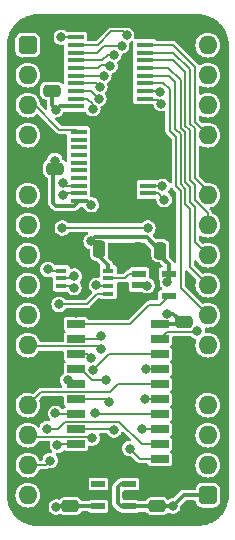
<source format=gbr>
%TF.GenerationSoftware,KiCad,Pcbnew,7.0.5*%
%TF.CreationDate,2024-01-24T18:24:40+02:00*%
%TF.ProjectId,Comparator 10bit,436f6d70-6172-4617-946f-722031306269,rev?*%
%TF.SameCoordinates,Original*%
%TF.FileFunction,Copper,L1,Top*%
%TF.FilePolarity,Positive*%
%FSLAX46Y46*%
G04 Gerber Fmt 4.6, Leading zero omitted, Abs format (unit mm)*
G04 Created by KiCad (PCBNEW 7.0.5) date 2024-01-24 18:24:40*
%MOMM*%
%LPD*%
G01*
G04 APERTURE LIST*
G04 Aperture macros list*
%AMRoundRect*
0 Rectangle with rounded corners*
0 $1 Rounding radius*
0 $2 $3 $4 $5 $6 $7 $8 $9 X,Y pos of 4 corners*
0 Add a 4 corners polygon primitive as box body*
4,1,4,$2,$3,$4,$5,$6,$7,$8,$9,$2,$3,0*
0 Add four circle primitives for the rounded corners*
1,1,$1+$1,$2,$3*
1,1,$1+$1,$4,$5*
1,1,$1+$1,$6,$7*
1,1,$1+$1,$8,$9*
0 Add four rect primitives between the rounded corners*
20,1,$1+$1,$2,$3,$4,$5,0*
20,1,$1+$1,$4,$5,$6,$7,0*
20,1,$1+$1,$6,$7,$8,$9,0*
20,1,$1+$1,$8,$9,$2,$3,0*%
G04 Aperture macros list end*
%TA.AperFunction,SMDPad,CuDef*%
%ADD10R,1.475000X0.450000*%
%TD*%
%TA.AperFunction,SMDPad,CuDef*%
%ADD11R,1.150000X0.600000*%
%TD*%
%TA.AperFunction,SMDPad,CuDef*%
%ADD12R,1.550000X0.650000*%
%TD*%
%TA.AperFunction,SMDPad,CuDef*%
%ADD13R,1.250000X0.600000*%
%TD*%
%TA.AperFunction,SMDPad,CuDef*%
%ADD14R,0.950000X0.450000*%
%TD*%
%TA.AperFunction,SMDPad,CuDef*%
%ADD15RoundRect,0.250000X0.475000X-0.250000X0.475000X0.250000X-0.475000X0.250000X-0.475000X-0.250000X0*%
%TD*%
%TA.AperFunction,SMDPad,CuDef*%
%ADD16RoundRect,0.250000X0.250000X0.475000X-0.250000X0.475000X-0.250000X-0.475000X0.250000X-0.475000X0*%
%TD*%
%TA.AperFunction,SMDPad,CuDef*%
%ADD17RoundRect,0.250000X-0.475000X0.250000X-0.475000X-0.250000X0.475000X-0.250000X0.475000X0.250000X0*%
%TD*%
%TA.AperFunction,ComponentPad*%
%ADD18O,1.600000X1.600000*%
%TD*%
%TA.AperFunction,ComponentPad*%
%ADD19R,1.600000X1.600000*%
%TD*%
%TA.AperFunction,ComponentPad*%
%ADD20RoundRect,0.400000X-0.400000X-0.400000X0.400000X-0.400000X0.400000X0.400000X-0.400000X0.400000X0*%
%TD*%
%TA.AperFunction,ViaPad*%
%ADD21C,0.800000*%
%TD*%
%TA.AperFunction,Conductor*%
%ADD22C,0.380000*%
%TD*%
%TA.AperFunction,Conductor*%
%ADD23C,0.200000*%
%TD*%
G04 APERTURE END LIST*
D10*
%TO.P,IC6,1,~{OE}*%
%TO.N,/GND*%
X124223000Y-58525000D03*
%TO.P,IC6,2,D0*%
%TO.N,/D0*%
X124223000Y-57875000D03*
%TO.P,IC6,3,D1*%
%TO.N,/D1*%
X124223000Y-57225000D03*
%TO.P,IC6,4,D2*%
%TO.N,/D2*%
X124223000Y-56575000D03*
%TO.P,IC6,5,D3*%
%TO.N,/D3*%
X124223000Y-55925000D03*
%TO.P,IC6,6,D4*%
%TO.N,/D4*%
X124223000Y-55275000D03*
%TO.P,IC6,7,D5*%
%TO.N,/D5*%
X124223000Y-54625000D03*
%TO.P,IC6,8,D6*%
%TO.N,/D6*%
X124223000Y-53975000D03*
%TO.P,IC6,9,D7*%
%TO.N,/D7*%
X124223000Y-53325000D03*
%TO.P,IC6,10,GND*%
%TO.N,/GND*%
X124223000Y-52675000D03*
%TO.P,IC6,11,LE*%
%TO.N,/Write A Low*%
X118347000Y-52675000D03*
%TO.P,IC6,12,Q7*%
%TO.N,/A7*%
X118347000Y-53325000D03*
%TO.P,IC6,13,Q6*%
%TO.N,/A6*%
X118347000Y-53975000D03*
%TO.P,IC6,14,Q5*%
%TO.N,/A5*%
X118347000Y-54625000D03*
%TO.P,IC6,15,Q4*%
%TO.N,/A4*%
X118347000Y-55275000D03*
%TO.P,IC6,16,Q3*%
%TO.N,/A3*%
X118347000Y-55925000D03*
%TO.P,IC6,17,Q2*%
%TO.N,/A2*%
X118347000Y-56575000D03*
%TO.P,IC6,18,Q1*%
%TO.N,/A1*%
X118347000Y-57225000D03*
%TO.P,IC6,19,Q0*%
%TO.N,/A0*%
X118347000Y-57875000D03*
%TO.P,IC6,20,3V*%
%TO.N,/3.3V*%
X118347000Y-58525000D03*
%TD*%
D11*
%TO.P,IC5,1,VIN*%
%TO.N,/5V*%
X122869000Y-92390000D03*
%TO.P,IC5,2,GND*%
%TO.N,/GND*%
X122869000Y-91440000D03*
%TO.P,IC5,3,EN*%
%TO.N,/5V*%
X122869000Y-90490000D03*
%TO.P,IC5,4,ADJ*%
%TO.N,unconnected-(IC5-ADJ-Pad4)*%
X120269000Y-90490000D03*
%TO.P,IC5,5,VOUT*%
%TO.N,/3.3V*%
X120269000Y-92390000D03*
%TD*%
D10*
%TO.P,IC4,1,~{OE}*%
%TO.N,/GND*%
X124477000Y-66552000D03*
%TO.P,IC4,2,D0*%
%TO.N,/D0*%
X124477000Y-65902000D03*
%TO.P,IC4,3,D1*%
%TO.N,/D1*%
X124477000Y-65252000D03*
%TO.P,IC4,4,D2*%
%TO.N,/GND*%
X124477000Y-64602000D03*
%TO.P,IC4,5,D3*%
X124477000Y-63952000D03*
%TO.P,IC4,6,D4*%
X124477000Y-63302000D03*
%TO.P,IC4,7,D5*%
X124477000Y-62652000D03*
%TO.P,IC4,8,D6*%
X124477000Y-62002000D03*
%TO.P,IC4,9,D7*%
X124477000Y-61352000D03*
%TO.P,IC4,10,GND*%
X124477000Y-60702000D03*
%TO.P,IC4,11,LE*%
%TO.N,/Write A High*%
X118601000Y-60702000D03*
%TO.P,IC4,12,Q7*%
%TO.N,unconnected-(IC4-Q7-Pad12)*%
X118601000Y-61352000D03*
%TO.P,IC4,13,Q6*%
%TO.N,unconnected-(IC4-Q6-Pad13)*%
X118601000Y-62002000D03*
%TO.P,IC4,14,Q5*%
%TO.N,unconnected-(IC4-Q5-Pad14)*%
X118601000Y-62652000D03*
%TO.P,IC4,15,Q4*%
%TO.N,unconnected-(IC4-Q4-Pad15)*%
X118601000Y-63302000D03*
%TO.P,IC4,16,Q3*%
%TO.N,unconnected-(IC4-Q3-Pad16)*%
X118601000Y-63952000D03*
%TO.P,IC4,17,Q2*%
%TO.N,unconnected-(IC4-Q2-Pad17)*%
X118601000Y-64602000D03*
%TO.P,IC4,18,Q1*%
%TO.N,/A9*%
X118601000Y-65252000D03*
%TO.P,IC4,19,Q0*%
%TO.N,/A8*%
X118601000Y-65902000D03*
%TO.P,IC4,20,3V*%
%TO.N,/3.3V*%
X118601000Y-66552000D03*
%TD*%
D12*
%TO.P,IC3,1,~{OE}*%
%TO.N,/~{C_{8..9}=A_{8..9}}*%
X118358000Y-76962000D03*
%TO.P,IC3,2,P0*%
%TO.N,/A0*%
X118358000Y-78232000D03*
%TO.P,IC3,3,Q0*%
%TO.N,/C0*%
X118358000Y-79502000D03*
%TO.P,IC3,4,P1*%
%TO.N,/A1*%
X118358000Y-80772000D03*
%TO.P,IC3,5,Q1*%
%TO.N,/C1*%
X118358000Y-82042000D03*
%TO.P,IC3,6,P2*%
%TO.N,/A2*%
X118358000Y-83312000D03*
%TO.P,IC3,7,Q2*%
%TO.N,/C2*%
X118358000Y-84582000D03*
%TO.P,IC3,8,P3*%
%TO.N,/A3*%
X118358000Y-85852000D03*
%TO.P,IC3,9,Q3*%
%TO.N,/C3*%
X118358000Y-87122000D03*
%TO.P,IC3,10,GND*%
%TO.N,/GND*%
X118358000Y-88392000D03*
%TO.P,IC3,11,P4*%
%TO.N,/A4*%
X125482000Y-88392000D03*
%TO.P,IC3,12,Q4*%
%TO.N,/C4*%
X125482000Y-87122000D03*
%TO.P,IC3,13,P5*%
%TO.N,/A5*%
X125482000Y-85852000D03*
%TO.P,IC3,14,Q5*%
%TO.N,/C5*%
X125482000Y-84582000D03*
%TO.P,IC3,15,P6*%
%TO.N,/A6*%
X125482000Y-83312000D03*
%TO.P,IC3,16,Q6*%
%TO.N,/C6*%
X125482000Y-82042000D03*
%TO.P,IC3,17,P7*%
%TO.N,/A7*%
X125482000Y-80772000D03*
%TO.P,IC3,18,Q7*%
%TO.N,/C7*%
X125482000Y-79502000D03*
%TO.P,IC3,19,~{P=Q}*%
%TO.N,/~{C=A}*%
X125482000Y-78232000D03*
%TO.P,IC3,20,5V*%
%TO.N,/5V*%
X125482000Y-76962000D03*
%TD*%
D13*
%TO.P,IC2,1,B*%
%TO.N,/A8\u2295C8*%
X123718000Y-72710000D03*
%TO.P,IC2,2,A*%
%TO.N,/A9\u2295C9*%
X123718000Y-73660000D03*
%TO.P,IC2,3,GND*%
%TO.N,/GND*%
X123718000Y-74610000D03*
%TO.P,IC2,4,Y*%
%TO.N,/~{C_{8..9}=A_{8..9}}*%
X126218000Y-74610000D03*
%TO.P,IC2,5,3V*%
%TO.N,/3.3V*%
X126218000Y-72710000D03*
%TD*%
D14*
%TO.P,IC1,1,1A*%
%TO.N,/C8*%
X117151000Y-72431000D03*
%TO.P,IC1,2,1B*%
%TO.N,/A8*%
X117151000Y-73081000D03*
%TO.P,IC1,3,2Y*%
%TO.N,/A9\u2295C9*%
X117151000Y-73731000D03*
%TO.P,IC1,4,GND*%
%TO.N,/GND*%
X117151000Y-74381000D03*
%TO.P,IC1,5,2A*%
%TO.N,/C9*%
X121101000Y-74381000D03*
%TO.P,IC1,6,2B*%
%TO.N,/A9*%
X121101000Y-73731000D03*
%TO.P,IC1,7,1Y*%
%TO.N,/A8\u2295C8*%
X121101000Y-73081000D03*
%TO.P,IC1,8,VCC*%
%TO.N,/3.3V*%
X121101000Y-72431000D03*
%TD*%
D15*
%TO.P,C11,2*%
%TO.N,/GND*%
X116586000Y-61899000D03*
%TO.P,C11,1*%
%TO.N,/3.3V*%
X116586000Y-63799000D03*
%TD*%
%TO.P,C5,1*%
%TO.N,/3.3V*%
X117886000Y-92374000D03*
%TO.P,C5,2*%
%TO.N,/GND*%
X117886000Y-90474000D03*
%TD*%
D16*
%TO.P,C2,1*%
%TO.N,/3.3V*%
X125521000Y-70739000D03*
%TO.P,C2,2*%
%TO.N,/GND*%
X123621000Y-70739000D03*
%TD*%
D15*
%TO.P,C4,1*%
%TO.N,/5V*%
X125252000Y-92374000D03*
%TO.P,C4,2*%
%TO.N,/GND*%
X125252000Y-90474000D03*
%TD*%
D16*
%TO.P,C3,1*%
%TO.N,/3.3V*%
X120334000Y-70612000D03*
%TO.P,C3,2*%
%TO.N,/GND*%
X118434000Y-70612000D03*
%TD*%
D17*
%TO.P,C12,1*%
%TO.N,/5V*%
X127508000Y-76790000D03*
%TO.P,C12,2*%
%TO.N,/GND*%
X127508000Y-78690000D03*
%TD*%
D18*
%TO.P,J1,32,Pin_32*%
%TO.N,unconnected-(J1-Pin_32-Pad32)*%
X129540000Y-53340000D03*
%TO.P,J1,31,Pin_31*%
%TO.N,/~{C=A}*%
X129540000Y-55880000D03*
%TO.P,J1,30,Pin_30*%
%TO.N,unconnected-(J1-Pin_30-Pad30)*%
X129540000Y-58420000D03*
%TO.P,J1,29,Pin_29*%
%TO.N,/D7*%
X129540000Y-60960000D03*
D19*
%TO.P,J1,28,Pin_28*%
%TO.N,/GND*%
X129540000Y-63500000D03*
D18*
%TO.P,J1,27,Pin_27*%
%TO.N,/D6*%
X129540000Y-66040000D03*
%TO.P,J1,26,Pin_26*%
%TO.N,/D5*%
X129540000Y-68580000D03*
%TO.P,J1,25,Pin_25*%
%TO.N,/D4*%
X129540000Y-71120000D03*
%TO.P,J1,24,Pin_24*%
%TO.N,/D3*%
X129540000Y-73660000D03*
%TO.P,J1,23,Pin_23*%
%TO.N,/D2*%
X129540000Y-76200000D03*
%TO.P,J1,22,Pin_22*%
%TO.N,/D1*%
X129540000Y-78740000D03*
D19*
%TO.P,J1,21,Pin_21*%
%TO.N,/GND*%
X129540000Y-81280000D03*
D18*
%TO.P,J1,20,Pin_20*%
%TO.N,/D0*%
X129540000Y-83820000D03*
%TO.P,J1,19,Pin_19*%
%TO.N,unconnected-(J1-Pin_19-Pad19)*%
X129540000Y-86360000D03*
%TO.P,J1,18,Pin_18*%
%TO.N,unconnected-(J1-Pin_18-Pad18)*%
X129540000Y-88900000D03*
D20*
%TO.P,J1,17,Pin_17*%
%TO.N,/5V*%
X129540000Y-91440000D03*
D18*
%TO.P,J1,16,Pin_16*%
%TO.N,/C9*%
X114300000Y-91440000D03*
%TO.P,J1,15,Pin_15*%
%TO.N,/C8*%
X114300000Y-88900000D03*
%TO.P,J1,14,Pin_14*%
%TO.N,/C7*%
X114300000Y-86360000D03*
%TO.P,J1,13,Pin_13*%
%TO.N,/C6*%
X114300000Y-83820000D03*
D19*
%TO.P,J1,12,Pin_12*%
%TO.N,/GND*%
X114300000Y-81280000D03*
D18*
%TO.P,J1,11,Pin_11*%
%TO.N,/C5*%
X114300000Y-78740000D03*
%TO.P,J1,10,Pin_10*%
%TO.N,/C4*%
X114300000Y-76200000D03*
%TO.P,J1,9,Pin_9*%
%TO.N,/C3*%
X114300000Y-73660000D03*
%TO.P,J1,8,Pin_8*%
%TO.N,/C2*%
X114300000Y-71120000D03*
%TO.P,J1,7,Pin_7*%
%TO.N,/C1*%
X114300000Y-68580000D03*
%TO.P,J1,6,Pin_6*%
%TO.N,/C0*%
X114300000Y-66040000D03*
D19*
%TO.P,J1,5,Pin_5*%
%TO.N,/GND*%
X114300000Y-63500000D03*
D18*
%TO.P,J1,4,Pin_4*%
%TO.N,/Write A Low*%
X114300000Y-60960000D03*
%TO.P,J1,3,Pin_3*%
%TO.N,/Write A High*%
X114300000Y-58420000D03*
%TO.P,J1,2,Pin_2*%
%TO.N,unconnected-(J1-Pin_2-Pad2)*%
X114300000Y-55880000D03*
D20*
%TO.P,J1,1,Pin_1*%
%TO.N,/5V*%
X114300000Y-53340000D03*
%TD*%
D15*
%TO.P,C1,1*%
%TO.N,/3.3V*%
X116332000Y-57195000D03*
%TO.P,C1,2*%
%TO.N,/GND*%
X116332000Y-55295000D03*
%TD*%
D21*
%TO.N,/GND*%
X120124695Y-75946000D03*
X119126000Y-72390000D03*
%TO.N,/A9\u2295C9*%
X117221000Y-68834000D03*
%TO.N,/GND*%
X116332000Y-56007000D03*
X118745483Y-67787300D03*
X125730000Y-67564002D03*
X127508000Y-79374998D03*
X118352802Y-76020698D03*
X116967000Y-90170000D03*
X127508000Y-85090000D03*
X125158500Y-52514500D03*
X125984000Y-62738000D03*
%TO.N,/C1*%
X117700002Y-81696502D03*
%TO.N,/3.3V*%
X126110998Y-73405998D03*
X116713000Y-92456000D03*
%TO.N,/5V*%
X126574008Y-92374000D03*
X126111000Y-76073001D03*
%TO.N,/D0*%
X125603000Y-58293000D03*
%TO.N,/D1*%
X125488896Y-57275000D03*
%TO.N,/GND*%
X117252774Y-59799561D03*
X116584877Y-61088761D03*
%TO.N,/D1*%
X125700731Y-65307269D03*
%TO.N,/3.3V*%
X116586026Y-63119000D03*
X116713000Y-58801000D03*
X119662565Y-66859384D03*
X119661188Y-69949800D03*
%TO.N,/Write A Low*%
X117122000Y-52675000D03*
%TO.N,/D0*%
X125840756Y-66437244D03*
%TO.N,/C8*%
X116205000Y-88519000D03*
X116008998Y-72339049D03*
%TO.N,/A8*%
X117249000Y-66012000D03*
X118237000Y-72898000D03*
%TO.N,/C9*%
X116948484Y-75289244D03*
%TO.N,/A9*%
X117249000Y-65012155D03*
X120106505Y-73672391D03*
%TO.N,/A0*%
X120523000Y-77978000D03*
X119811936Y-58726257D03*
%TO.N,/C0*%
X119622893Y-79837096D03*
%TO.N,/A1*%
X120315952Y-57862560D03*
X120924695Y-81722347D03*
%TO.N,/A2*%
X120395674Y-56865740D03*
X121158000Y-83566000D03*
%TO.N,/C2*%
X116636105Y-84511204D03*
%TO.N,/A3*%
X121601000Y-85927000D03*
X120739752Y-55926796D03*
%TO.N,/C3*%
X116804127Y-87232773D03*
%TO.N,/A4*%
X121295986Y-55095767D03*
X122936000Y-87503000D03*
%TO.N,/C4*%
X115951000Y-85806000D03*
%TO.N,/A5*%
X123952000Y-85852000D03*
X121592777Y-54140822D03*
%TO.N,/C5*%
X119976345Y-84527000D03*
X120461000Y-79042192D03*
%TO.N,/A6*%
X122254327Y-53390917D03*
X124205996Y-83312000D03*
%TO.N,/A7*%
X124318394Y-80757398D03*
X122664709Y-52479000D03*
%TO.N,/C7*%
X119858097Y-80809044D03*
X119735417Y-86627000D03*
%TO.N,/~{C=A}*%
X128651000Y-77575544D03*
%TO.N,/A9\u2295C9*%
X124413000Y-73698306D03*
X124460000Y-68833996D03*
X118209635Y-73897630D03*
%TD*%
D22*
%TO.N,/GND*%
X124998000Y-52675000D02*
X125158500Y-52514500D01*
X124223000Y-52675000D02*
X124998000Y-52675000D01*
D23*
%TO.N,/A3*%
X118358000Y-85852000D02*
X121526000Y-85852000D01*
X121526000Y-85852000D02*
X121601000Y-85927000D01*
%TO.N,/C0*%
X119287797Y-79502000D02*
X119622893Y-79837096D01*
D22*
%TO.N,/GND*%
X123718000Y-74610000D02*
X122382000Y-75946000D01*
X120049997Y-76020698D02*
X120124695Y-75946000D01*
D23*
%TO.N,/A1*%
X119758347Y-81722347D02*
X120924695Y-81722347D01*
X118808000Y-80772000D02*
X119758347Y-81722347D01*
D22*
%TO.N,/GND*%
X118352802Y-76020698D02*
X120049997Y-76020698D01*
D23*
%TO.N,/C7*%
X121165141Y-79502000D02*
X119858097Y-80809044D01*
X125482000Y-79502000D02*
X121165141Y-79502000D01*
%TO.N,/C0*%
X118358000Y-79502000D02*
X119287797Y-79502000D01*
D22*
%TO.N,/GND*%
X122382000Y-75946000D02*
X120124695Y-75946000D01*
D23*
%TO.N,/C9*%
X119274756Y-75289244D02*
X116948484Y-75289244D01*
X120183000Y-74381000D02*
X119274756Y-75289244D01*
X121101000Y-74381000D02*
X120183000Y-74381000D01*
D22*
%TO.N,/GND*%
X117334260Y-76020698D02*
X118352802Y-76020698D01*
X115804958Y-77550000D02*
X117334260Y-76020698D01*
X113807085Y-77550000D02*
X115804958Y-77550000D01*
D23*
%TO.N,/A9\u2295C9*%
X117267820Y-68787180D02*
X117221000Y-68834000D01*
X124413184Y-68787180D02*
X117267820Y-68787180D01*
X124460000Y-68833996D02*
X124413184Y-68787180D01*
%TO.N,/A8*%
X118054000Y-73081000D02*
X118237000Y-72898000D01*
X117151000Y-73081000D02*
X118054000Y-73081000D01*
D22*
%TO.N,/GND*%
X118434000Y-71698000D02*
X119126000Y-72390000D01*
X118434000Y-70612000D02*
X118434000Y-71698000D01*
X118536864Y-74687630D02*
X119126000Y-74098494D01*
X117882406Y-74687630D02*
X118536864Y-74687630D01*
X117575776Y-74381000D02*
X117882406Y-74687630D01*
X117151000Y-74381000D02*
X117575776Y-74381000D01*
D23*
%TO.N,/A9*%
X120165114Y-73731000D02*
X120106505Y-73672391D01*
X121101000Y-73731000D02*
X120165114Y-73731000D01*
D22*
%TO.N,/GND*%
X119126000Y-74098494D02*
X119126000Y-72390000D01*
D23*
%TO.N,/C8*%
X116100949Y-72431000D02*
X116008998Y-72339049D01*
X117151000Y-72431000D02*
X116100949Y-72431000D01*
%TO.N,/A9\u2295C9*%
X117151000Y-73731000D02*
X118043005Y-73731000D01*
X118043005Y-73731000D02*
X118209635Y-73897630D01*
D22*
%TO.N,/GND*%
X118776193Y-67818010D02*
X118745483Y-67787300D01*
X125475992Y-67818010D02*
X118776193Y-67818010D01*
X116428300Y-67787300D02*
X118745483Y-67787300D01*
X115879000Y-67238000D02*
X116428300Y-67787300D01*
X125730000Y-67564002D02*
X125475992Y-67818010D01*
X115879000Y-65079000D02*
X115879000Y-67238000D01*
X114300000Y-63500000D02*
X115879000Y-65079000D01*
X116332000Y-55295000D02*
X116332000Y-56007000D01*
%TO.N,/3.3V*%
X116713000Y-66929000D02*
X118224000Y-66929000D01*
X118224000Y-66929000D02*
X118601000Y-66552000D01*
X116459000Y-66675000D02*
X116713000Y-66929000D01*
X116459000Y-63246026D02*
X116459000Y-66675000D01*
X116586026Y-63119000D02*
X116459000Y-63246026D01*
%TO.N,/GND*%
X124477000Y-66552000D02*
X125489002Y-67564002D01*
X125489002Y-67564002D02*
X125730000Y-67564002D01*
D23*
%TO.N,/D2*%
X126303000Y-60579000D02*
X126303000Y-57099154D01*
X125778846Y-56575000D02*
X124223000Y-56575000D01*
X127240000Y-65662742D02*
X126840000Y-65262742D01*
X126303000Y-57099154D02*
X125778846Y-56575000D01*
X127240000Y-73900000D02*
X127240000Y-65662742D01*
X126840000Y-61116000D02*
X126303000Y-60579000D01*
X129540000Y-76200000D02*
X127240000Y-73900000D01*
X126840000Y-65262742D02*
X126840000Y-61116000D01*
%TO.N,/D1*%
X125645462Y-65252000D02*
X125700731Y-65307269D01*
X124477000Y-65252000D02*
X125645462Y-65252000D01*
D22*
%TO.N,/5V*%
X126619001Y-76073001D02*
X126111000Y-76073001D01*
X127336000Y-76790000D02*
X126619001Y-76073001D01*
D23*
%TO.N,/~{C=A}*%
X125482000Y-78232000D02*
X126076390Y-77637610D01*
X126076390Y-77637610D02*
X128588934Y-77637610D01*
X128588934Y-77637610D02*
X128651000Y-77575544D01*
D22*
%TO.N,/GND*%
X117428000Y-90170000D02*
X116967000Y-90170000D01*
X113887085Y-90170000D02*
X116967000Y-90170000D01*
X113110000Y-89392915D02*
X113887085Y-90170000D01*
X114300000Y-81280000D02*
X113110000Y-82470000D01*
X113110000Y-82470000D02*
X113110000Y-89392915D01*
D23*
%TO.N,/C5*%
X114417000Y-78857000D02*
X120275808Y-78857000D01*
X120275808Y-78857000D02*
X120461000Y-79042192D01*
D22*
%TO.N,/GND*%
X127508000Y-85090000D02*
X127508000Y-78690000D01*
X127508000Y-88138000D02*
X127508000Y-85090000D01*
X124477000Y-58779000D02*
X124477000Y-60702000D01*
X124223000Y-58525000D02*
X124477000Y-58779000D01*
X124477000Y-62652000D02*
X125898000Y-62652000D01*
X125898000Y-62652000D02*
X125984000Y-62738000D01*
X114985000Y-63500000D02*
X116586000Y-61899000D01*
X114300000Y-63500000D02*
X114985000Y-63500000D01*
%TO.N,/3.3V*%
X116586000Y-63799000D02*
X116586000Y-63119026D01*
X116586000Y-63119026D02*
X116586026Y-63119000D01*
%TO.N,/GND*%
X116586000Y-61899000D02*
X116586000Y-61089884D01*
X116586000Y-61089884D02*
X116584877Y-61088761D01*
D23*
%TO.N,/A4*%
X123825000Y-88392000D02*
X122936000Y-87503000D01*
X125482000Y-88392000D02*
X123825000Y-88392000D01*
%TO.N,/C2*%
X118358000Y-84582000D02*
X116706901Y-84582000D01*
X116706901Y-84582000D02*
X116636105Y-84511204D01*
%TO.N,/C7*%
X116734635Y-86497000D02*
X116725635Y-86506000D01*
X119605417Y-86497000D02*
X116734635Y-86497000D01*
X119735417Y-86627000D02*
X119605417Y-86497000D01*
%TO.N,/C4*%
X122057000Y-85227000D02*
X117438950Y-85227000D01*
X123952000Y-87122000D02*
X122057000Y-85227000D01*
X125482000Y-87122000D02*
X123952000Y-87122000D01*
%TO.N,/C7*%
X116725635Y-86506000D02*
X114446000Y-86506000D01*
%TO.N,/C4*%
X116859950Y-85806000D02*
X115951000Y-85806000D01*
X117438950Y-85227000D02*
X116859950Y-85806000D01*
%TO.N,/C1*%
X118012502Y-81696502D02*
X117700002Y-81696502D01*
X118358000Y-82042000D02*
X118012502Y-81696502D01*
%TO.N,/C6*%
X121275581Y-82686419D02*
X121920000Y-82042000D01*
X114300000Y-83820000D02*
X115433581Y-82686419D01*
X121920000Y-82042000D02*
X125482000Y-82042000D01*
X115433581Y-82686419D02*
X121275581Y-82686419D01*
D22*
%TO.N,/GND*%
X123237000Y-51689000D02*
X124223000Y-52675000D01*
X116840000Y-51689000D02*
X123237000Y-51689000D01*
X116332000Y-52197000D02*
X116840000Y-51689000D01*
D23*
%TO.N,/Write A Low*%
X118347000Y-52675000D02*
X117122000Y-52675000D01*
D22*
%TO.N,/GND*%
X116332000Y-55295000D02*
X116332000Y-52197000D01*
D23*
%TO.N,/A0*%
X119811936Y-58348494D02*
X119811936Y-58726257D01*
X118347000Y-57875000D02*
X119338442Y-57875000D01*
%TO.N,/A1*%
X119678392Y-57225000D02*
X120315952Y-57862560D01*
X118347000Y-57225000D02*
X119678392Y-57225000D01*
%TO.N,/A3*%
X118347000Y-55925000D02*
X120737956Y-55925000D01*
%TO.N,/A4*%
X121225219Y-55025000D02*
X121295986Y-55095767D01*
X120488999Y-55025000D02*
X121225219Y-55025000D01*
X118347000Y-55275000D02*
X120238999Y-55275000D01*
%TO.N,/A2*%
X118347000Y-56575000D02*
X120104934Y-56575000D01*
%TO.N,/A5*%
X121061492Y-54140822D02*
X121592777Y-54140822D01*
%TO.N,/A3*%
X120737956Y-55925000D02*
X120739752Y-55926796D01*
%TO.N,/A5*%
X118347000Y-54625000D02*
X120577314Y-54625000D01*
%TO.N,/A6*%
X120142000Y-53975000D02*
X120726083Y-53390917D01*
X118347000Y-53975000D02*
X120142000Y-53975000D01*
%TO.N,/A7*%
X121372314Y-52179000D02*
X122364709Y-52179000D01*
X120226314Y-53325000D02*
X121372314Y-52179000D01*
X118347000Y-53325000D02*
X120226314Y-53325000D01*
%TO.N,/A0*%
X119338442Y-57875000D02*
X119811936Y-58348494D01*
%TO.N,/A5*%
X120577314Y-54625000D02*
X121061492Y-54140822D01*
%TO.N,/A6*%
X120726083Y-53390917D02*
X122254327Y-53390917D01*
%TO.N,/A7*%
X122364709Y-52179000D02*
X122664709Y-52479000D01*
%TO.N,/A4*%
X120238999Y-55275000D02*
X120488999Y-55025000D01*
%TO.N,/A2*%
X120104934Y-56575000D02*
X120395674Y-56865740D01*
D22*
%TO.N,/GND*%
X113110000Y-55387085D02*
X113967085Y-54530000D01*
X113110000Y-62310000D02*
X113110000Y-55387085D01*
X113967085Y-54530000D02*
X115567000Y-54530000D01*
X114300000Y-63500000D02*
X113110000Y-62310000D01*
X115567000Y-54530000D02*
X116332000Y-55295000D01*
X126539000Y-89107000D02*
X127508000Y-88138000D01*
X121920000Y-88392000D02*
X122635000Y-89107000D01*
X122635000Y-89107000D02*
X126539000Y-89107000D01*
X118358000Y-88392000D02*
X121920000Y-88392000D01*
X113110000Y-76852915D02*
X113110000Y-64690000D01*
X113110000Y-64690000D02*
X114300000Y-63500000D01*
X113807085Y-77550000D02*
X113110000Y-76852915D01*
X113110000Y-78247085D02*
X113110000Y-80090000D01*
X113807085Y-77550000D02*
X113110000Y-78247085D01*
X113110000Y-80090000D02*
X114300000Y-81280000D01*
D23*
%TO.N,/~{C_{8..9}=A_{8..9}}*%
X125517000Y-75311000D02*
X126218000Y-74610000D01*
X124587000Y-75311000D02*
X125517000Y-75311000D01*
X122936000Y-76962000D02*
X124587000Y-75311000D01*
X118358000Y-76962000D02*
X122936000Y-76962000D01*
D22*
%TO.N,/GND*%
X125203000Y-74130000D02*
X124723000Y-74610000D01*
X125203000Y-72321000D02*
X125203000Y-74130000D01*
D23*
%TO.N,/A9\u2295C9*%
X124374694Y-73660000D02*
X124413000Y-73698306D01*
D22*
%TO.N,/GND*%
X124723000Y-74610000D02*
X123718000Y-74610000D01*
D23*
%TO.N,/A9\u2295C9*%
X123718000Y-73660000D02*
X124374694Y-73660000D01*
D22*
%TO.N,/GND*%
X123621000Y-70739000D02*
X125203000Y-72321000D01*
%TO.N,/3.3V*%
X126218000Y-73298996D02*
X126110998Y-73405998D01*
X126218000Y-72710000D02*
X126218000Y-73298996D01*
X116795000Y-92374000D02*
X116713000Y-92456000D01*
X117886000Y-92374000D02*
X116795000Y-92374000D01*
X119986988Y-69624000D02*
X124406000Y-69624000D01*
X124406000Y-69624000D02*
X125521000Y-70739000D01*
X119661188Y-69949800D02*
X119986988Y-69624000D01*
X119355181Y-66552000D02*
X119662565Y-66859384D01*
X118601000Y-66552000D02*
X119355181Y-66552000D01*
D23*
%TO.N,/A0*%
X120269000Y-78232000D02*
X120523000Y-77978000D01*
X118358000Y-78232000D02*
X120269000Y-78232000D01*
%TO.N,/D3*%
X128035000Y-67222007D02*
X128035000Y-72155000D01*
X127640000Y-65497056D02*
X127640000Y-66827007D01*
X127240000Y-65097057D02*
X127640000Y-65497056D01*
X126784685Y-60433001D02*
X127240000Y-60888317D01*
X126784685Y-56426685D02*
X126784685Y-60433001D01*
X126283000Y-55925000D02*
X126784685Y-56426685D01*
X124223000Y-55925000D02*
X126283000Y-55925000D01*
%TO.N,/D4*%
X128435000Y-70015000D02*
X129540000Y-71120000D01*
X128435000Y-67056321D02*
X128435000Y-70015000D01*
X128040000Y-66661321D02*
X128435000Y-67056321D01*
X128040000Y-65331371D02*
X128040000Y-66661321D01*
X127640000Y-64931371D02*
X128040000Y-65331371D01*
X127640000Y-60722631D02*
X127640000Y-64931371D01*
X126198685Y-55275000D02*
X127240000Y-56316315D01*
X124223000Y-55275000D02*
X126198685Y-55275000D01*
%TO.N,/D5*%
X128440000Y-66495635D02*
X129540000Y-67595635D01*
X128440000Y-65165685D02*
X128440000Y-66495635D01*
X128040000Y-64765685D02*
X128440000Y-65165685D01*
X128040000Y-60556946D02*
X128040000Y-64765685D01*
X127640000Y-55631000D02*
X127640000Y-60156945D01*
%TO.N,/D4*%
X127240000Y-60322631D02*
X127640000Y-60722631D01*
%TO.N,/D5*%
X126634000Y-54625000D02*
X127640000Y-55631000D01*
%TO.N,/D4*%
X127240000Y-56316315D02*
X127240000Y-60322631D01*
%TO.N,/D5*%
X124223000Y-54625000D02*
X126634000Y-54625000D01*
%TO.N,/D3*%
X127640000Y-66827007D02*
X128035000Y-67222007D01*
%TO.N,/D5*%
X129540000Y-67595635D02*
X129540000Y-68580000D01*
%TO.N,/D3*%
X128035000Y-72155000D02*
X129540000Y-73660000D01*
%TO.N,/D5*%
X127640000Y-60156945D02*
X128040000Y-60556946D01*
%TO.N,/D3*%
X127240000Y-60888317D02*
X127240000Y-65097057D01*
%TO.N,/D6*%
X124223000Y-53975000D02*
X126619000Y-53975000D01*
X128040000Y-59991259D02*
X128440000Y-60391259D01*
X128040000Y-55396000D02*
X128040000Y-59991259D01*
X128440000Y-64600000D02*
X129540000Y-65700000D01*
X128440000Y-60391259D02*
X128440000Y-64600000D01*
X126619000Y-53975000D02*
X128040000Y-55396000D01*
D22*
%TO.N,/5V*%
X129540000Y-91440000D02*
X127508008Y-91440000D01*
X125252000Y-92374000D02*
X126574008Y-92374000D01*
X127508008Y-91440000D02*
X126574008Y-92374000D01*
%TO.N,/GND*%
X129540000Y-80722000D02*
X127508000Y-78690000D01*
D23*
%TO.N,/D7*%
X128440000Y-55197250D02*
X128440000Y-59825574D01*
X128440000Y-59825574D02*
X129540000Y-60925574D01*
X124223000Y-53325000D02*
X126567750Y-53325000D01*
X126567750Y-53325000D02*
X128440000Y-55197250D01*
%TO.N,/D0*%
X125285000Y-57975000D02*
X125603000Y-58293000D01*
X124323000Y-57975000D02*
X125285000Y-57975000D01*
%TO.N,/D1*%
X124223000Y-57225000D02*
X125438896Y-57225000D01*
X125438896Y-57225000D02*
X125488896Y-57275000D01*
D22*
%TO.N,/3.3V*%
X116989000Y-58525000D02*
X116713000Y-58801000D01*
X118347000Y-58525000D02*
X116989000Y-58525000D01*
X116332000Y-58420000D02*
X116713000Y-58801000D01*
X116332000Y-57195000D02*
X116332000Y-58420000D01*
D23*
%TO.N,/Write A High*%
X118398561Y-60499561D02*
X118601000Y-60702000D01*
X114883263Y-58420000D02*
X116962824Y-60499561D01*
X116962824Y-60499561D02*
X118398561Y-60499561D01*
D22*
%TO.N,/GND*%
X123062061Y-59799561D02*
X117252774Y-59799561D01*
X123964500Y-60702000D02*
X123062061Y-59799561D01*
D23*
%TO.N,/D0*%
X125305512Y-65902000D02*
X125840756Y-66437244D01*
X124477000Y-65902000D02*
X125305512Y-65902000D01*
D22*
%TO.N,/GND*%
X124477000Y-61352000D02*
X124477000Y-60702000D01*
X124477000Y-62002000D02*
X124477000Y-61352000D01*
X124477000Y-62652000D02*
X124477000Y-62002000D01*
X124477000Y-63302000D02*
X124477000Y-62652000D01*
X124477000Y-63952000D02*
X124477000Y-63302000D01*
X124477000Y-64602000D02*
X124477000Y-63952000D01*
X123349500Y-64637000D02*
X123384500Y-64602000D01*
X123359500Y-66552000D02*
X123349500Y-66542000D01*
X123384500Y-64602000D02*
X124477000Y-64602000D01*
X124477000Y-66552000D02*
X123359500Y-66552000D01*
X123349500Y-66542000D02*
X123349500Y-64637000D01*
D23*
%TO.N,/C3*%
X116914900Y-87122000D02*
X116804127Y-87232773D01*
X118358000Y-87122000D02*
X116914900Y-87122000D01*
D22*
%TO.N,/3.3V*%
X120323388Y-70612000D02*
X119661188Y-69949800D01*
%TO.N,/5V*%
X125482000Y-76962000D02*
X127336000Y-76962000D01*
X122869000Y-92390000D02*
X122164000Y-92390000D01*
X121904000Y-92130000D02*
X121904000Y-90750000D01*
X122869000Y-92390000D02*
X125236000Y-92390000D01*
X121904000Y-90750000D02*
X122164000Y-90490000D01*
X122164000Y-90490000D02*
X122869000Y-90490000D01*
X122164000Y-92390000D02*
X121904000Y-92130000D01*
%TO.N,/GND*%
X125252000Y-90474000D02*
X124286000Y-91440000D01*
X118560000Y-89800000D02*
X124578000Y-89800000D01*
X117886000Y-90474000D02*
X118560000Y-89800000D01*
X124578000Y-89800000D02*
X125252000Y-90474000D01*
X124286000Y-91440000D02*
X122869000Y-91440000D01*
%TO.N,/3.3V*%
X121101000Y-71952000D02*
X121101000Y-72431000D01*
X125521000Y-71165000D02*
X126218000Y-71862000D01*
X117886000Y-92374000D02*
X120253000Y-92374000D01*
X120334000Y-71185000D02*
X121101000Y-71952000D01*
X126218000Y-71862000D02*
X126218000Y-72710000D01*
X120334000Y-70612000D02*
X120334000Y-71185000D01*
D23*
%TO.N,/C8*%
X114300000Y-88900000D02*
X115824000Y-88900000D01*
X115824000Y-88900000D02*
X116205000Y-88519000D01*
%TO.N,/A8*%
X118601000Y-65902000D02*
X117359000Y-65902000D01*
X117359000Y-65902000D02*
X117249000Y-66012000D01*
%TO.N,/A9*%
X117488845Y-65252000D02*
X117249000Y-65012155D01*
X118601000Y-65252000D02*
X117488845Y-65252000D01*
%TO.N,/A2*%
X118358000Y-83312000D02*
X120904000Y-83312000D01*
X120904000Y-83312000D02*
X121158000Y-83566000D01*
%TO.N,/A5*%
X125482000Y-85852000D02*
X123952000Y-85852000D01*
%TO.N,/C5*%
X125482000Y-84582000D02*
X120031345Y-84582000D01*
X120031345Y-84582000D02*
X119976345Y-84527000D01*
%TO.N,/A6*%
X125482000Y-83312000D02*
X124205996Y-83312000D01*
%TO.N,/A7*%
X124332996Y-80772000D02*
X124318394Y-80757398D01*
X125482000Y-80772000D02*
X124332996Y-80772000D01*
%TO.N,/A8\u2295C8*%
X122522000Y-73081000D02*
X121101000Y-73081000D01*
X122893000Y-72710000D02*
X122522000Y-73081000D01*
X123718000Y-72710000D02*
X122893000Y-72710000D01*
%TD*%
%TA.AperFunction,Conductor*%
%TO.N,/GND*%
G36*
X128705985Y-50726863D02*
G01*
X128820023Y-50733266D01*
X129000518Y-50744181D01*
X129007132Y-50744940D01*
X129146039Y-50768540D01*
X129300565Y-50796858D01*
X129306523Y-50798258D01*
X129445855Y-50838397D01*
X129447073Y-50838762D01*
X129592429Y-50884057D01*
X129597683Y-50885959D01*
X129733306Y-50942134D01*
X129734937Y-50942839D01*
X129787083Y-50966308D01*
X129872147Y-51004593D01*
X129876679Y-51006859D01*
X130005881Y-51078265D01*
X130007948Y-51079461D01*
X130008562Y-51079832D01*
X130135978Y-51156857D01*
X130139742Y-51159326D01*
X130260482Y-51244994D01*
X130262820Y-51246738D01*
X130380300Y-51338777D01*
X130383356Y-51341336D01*
X130493817Y-51440048D01*
X130496346Y-51442438D01*
X130601855Y-51547949D01*
X130604232Y-51550462D01*
X130702866Y-51660832D01*
X130705442Y-51663910D01*
X130797631Y-51781581D01*
X130799391Y-51783940D01*
X130884846Y-51904377D01*
X130887341Y-51908182D01*
X130964987Y-52036623D01*
X130966192Y-52038708D01*
X131037313Y-52167390D01*
X131039588Y-52171937D01*
X131101688Y-52309917D01*
X131102415Y-52311600D01*
X131137181Y-52395531D01*
X131158216Y-52446314D01*
X131160130Y-52451599D01*
X131205866Y-52598375D01*
X131206249Y-52599655D01*
X131245942Y-52737425D01*
X131247350Y-52743417D01*
X131276184Y-52900757D01*
X131299297Y-53036793D01*
X131300061Y-53043441D01*
X131311483Y-53232292D01*
X131317401Y-53337657D01*
X131317499Y-53341134D01*
X131317499Y-91438256D01*
X131317401Y-91441734D01*
X131311001Y-91555695D01*
X131300083Y-91736229D01*
X131299319Y-91742877D01*
X131275700Y-91881889D01*
X131247414Y-92036239D01*
X131246006Y-92042231D01*
X131205778Y-92181865D01*
X131205393Y-92183146D01*
X131160242Y-92328039D01*
X131158329Y-92333323D01*
X131101995Y-92469326D01*
X131101252Y-92471045D01*
X131039739Y-92607720D01*
X131037464Y-92612267D01*
X130965787Y-92741957D01*
X130964582Y-92744041D01*
X130887559Y-92871453D01*
X130885064Y-92875258D01*
X130798988Y-92996567D01*
X130797229Y-92998926D01*
X130705740Y-93115703D01*
X130703164Y-93118781D01*
X130603862Y-93229900D01*
X130601472Y-93232428D01*
X130496712Y-93337186D01*
X130494184Y-93339576D01*
X130383015Y-93438922D01*
X130379938Y-93441498D01*
X130263298Y-93532879D01*
X130260939Y-93534638D01*
X130139436Y-93620849D01*
X130135632Y-93623343D01*
X130008539Y-93700173D01*
X130006454Y-93701379D01*
X129876395Y-93773259D01*
X129871848Y-93775533D01*
X129735764Y-93836780D01*
X129734044Y-93837523D01*
X129597417Y-93894115D01*
X129592133Y-93896028D01*
X129448276Y-93940855D01*
X129446994Y-93941239D01*
X129306290Y-93981774D01*
X129300299Y-93983182D01*
X129147954Y-94011101D01*
X129006909Y-94035063D01*
X129000264Y-94035826D01*
X128826762Y-94046321D01*
X128705434Y-94053134D01*
X128701957Y-94053232D01*
X115137472Y-94053232D01*
X115133995Y-94053134D01*
X115020496Y-94046761D01*
X114839436Y-94035809D01*
X114832791Y-94035046D01*
X114740919Y-94019437D01*
X114694444Y-94011542D01*
X114539387Y-93983126D01*
X114533396Y-93981718D01*
X114440667Y-93955005D01*
X114394437Y-93941687D01*
X114393171Y-93941307D01*
X114247518Y-93895919D01*
X114242235Y-93894007D01*
X114106912Y-93837956D01*
X114105192Y-93837213D01*
X113967798Y-93775376D01*
X113963251Y-93773102D01*
X113834243Y-93701803D01*
X113832158Y-93700597D01*
X113703986Y-93623114D01*
X113700182Y-93620620D01*
X113579608Y-93535069D01*
X113577249Y-93533310D01*
X113459665Y-93441189D01*
X113456588Y-93438613D01*
X113346209Y-93339974D01*
X113343682Y-93337584D01*
X113343284Y-93337186D01*
X113238105Y-93232007D01*
X113235734Y-93229498D01*
X113137152Y-93119187D01*
X113134576Y-93116109D01*
X113042337Y-92998375D01*
X113040594Y-92996039D01*
X112955162Y-92875635D01*
X112952675Y-92871842D01*
X112951323Y-92869606D01*
X112874980Y-92743318D01*
X112873776Y-92741236D01*
X112842133Y-92683983D01*
X112802689Y-92612615D01*
X112800427Y-92608094D01*
X112738270Y-92469987D01*
X112737585Y-92468401D01*
X112681783Y-92333686D01*
X112679878Y-92328427D01*
X112652904Y-92241862D01*
X112634122Y-92181587D01*
X112633755Y-92180367D01*
X112594053Y-92042561D01*
X112592651Y-92036593D01*
X112563818Y-91879256D01*
X112540698Y-91743184D01*
X112539939Y-91736581D01*
X112528527Y-91547919D01*
X112523894Y-91465436D01*
X112522598Y-91442338D01*
X112522532Y-91440000D01*
X113244417Y-91440000D01*
X113244588Y-91441734D01*
X113264699Y-91645932D01*
X113275096Y-91680206D01*
X113324768Y-91843954D01*
X113422315Y-92026450D01*
X113422317Y-92026452D01*
X113553589Y-92186410D01*
X113644850Y-92261305D01*
X113713550Y-92317685D01*
X113896046Y-92415232D01*
X114094066Y-92475300D01*
X114094065Y-92475300D01*
X114112529Y-92477118D01*
X114300000Y-92495583D01*
X114505934Y-92475300D01*
X114569558Y-92456000D01*
X116057721Y-92456000D01*
X116076762Y-92612818D01*
X116116106Y-92716557D01*
X116132780Y-92760523D01*
X116222517Y-92890530D01*
X116340760Y-92995283D01*
X116346651Y-92998375D01*
X116480634Y-93068696D01*
X116634014Y-93106500D01*
X116634015Y-93106500D01*
X116791985Y-93106500D01*
X116945365Y-93068696D01*
X117008049Y-93035795D01*
X117076556Y-93022069D01*
X117139986Y-93046324D01*
X117168665Y-93067793D01*
X117168668Y-93067795D01*
X117168671Y-93067797D01*
X117303517Y-93118091D01*
X117303516Y-93118091D01*
X117309935Y-93118781D01*
X117363127Y-93124500D01*
X118408872Y-93124499D01*
X118468483Y-93118091D01*
X118603331Y-93067796D01*
X118718546Y-92981546D01*
X118804796Y-92866331D01*
X118804796Y-92866329D01*
X118806399Y-92864189D01*
X118862333Y-92822318D01*
X118905666Y-92814500D01*
X119409634Y-92814500D01*
X119476673Y-92834185D01*
X119512734Y-92869606D01*
X119513397Y-92870599D01*
X119513398Y-92870599D01*
X119513399Y-92870601D01*
X119577278Y-92913283D01*
X119596260Y-92925966D01*
X119596264Y-92925967D01*
X119669321Y-92940499D01*
X119669324Y-92940500D01*
X119669326Y-92940500D01*
X120868676Y-92940500D01*
X120868677Y-92940499D01*
X120941740Y-92925966D01*
X121024601Y-92870601D01*
X121079966Y-92787740D01*
X121094500Y-92714674D01*
X121094500Y-92146657D01*
X121458834Y-92146657D01*
X121465202Y-92180307D01*
X121469438Y-92202698D01*
X121469821Y-92204952D01*
X121478315Y-92261305D01*
X121480781Y-92269301D01*
X121483521Y-92277130D01*
X121510145Y-92327504D01*
X121511190Y-92329574D01*
X121535930Y-92380948D01*
X121540586Y-92387778D01*
X121545569Y-92394528D01*
X121545571Y-92394532D01*
X121585876Y-92434837D01*
X121587459Y-92436481D01*
X121626250Y-92478287D01*
X121633516Y-92484081D01*
X121632978Y-92484754D01*
X121645072Y-92494033D01*
X121832555Y-92681516D01*
X121837191Y-92686704D01*
X121853010Y-92706539D01*
X121860999Y-92716557D01*
X121908121Y-92748684D01*
X121909970Y-92749996D01*
X121924235Y-92760524D01*
X121955841Y-92783851D01*
X121963216Y-92787748D01*
X121970712Y-92791358D01*
X121970715Y-92791360D01*
X122025211Y-92808169D01*
X122027337Y-92808869D01*
X122046709Y-92815648D01*
X122103483Y-92856370D01*
X122108853Y-92863797D01*
X122113397Y-92870599D01*
X122113399Y-92870601D01*
X122177278Y-92913283D01*
X122196260Y-92925966D01*
X122196264Y-92925967D01*
X122269321Y-92940499D01*
X122269324Y-92940500D01*
X122269326Y-92940500D01*
X123468676Y-92940500D01*
X123468677Y-92940499D01*
X123541740Y-92925966D01*
X123624601Y-92870601D01*
X123624603Y-92870597D01*
X123628387Y-92866815D01*
X123689712Y-92833333D01*
X123716065Y-92830500D01*
X124244311Y-92830500D01*
X124311350Y-92850185D01*
X124343577Y-92880188D01*
X124377952Y-92926107D01*
X124399698Y-92955156D01*
X124419455Y-92981547D01*
X124534664Y-93067793D01*
X124534671Y-93067797D01*
X124669517Y-93118091D01*
X124669516Y-93118091D01*
X124675935Y-93118781D01*
X124729127Y-93124500D01*
X125774872Y-93124499D01*
X125834483Y-93118091D01*
X125969331Y-93067796D01*
X126084546Y-92981546D01*
X126090972Y-92972960D01*
X126146904Y-92931091D01*
X126216595Y-92926107D01*
X126247864Y-92937477D01*
X126341642Y-92986696D01*
X126495022Y-93024500D01*
X126495023Y-93024500D01*
X126652993Y-93024500D01*
X126806373Y-92986696D01*
X126806372Y-92986695D01*
X126946248Y-92913283D01*
X127064491Y-92808530D01*
X127154228Y-92678523D01*
X127210245Y-92530818D01*
X127228595Y-92379690D01*
X127256215Y-92315515D01*
X127263997Y-92306970D01*
X127654149Y-91916819D01*
X127715473Y-91883334D01*
X127741831Y-91880500D01*
X128381267Y-91880500D01*
X128448306Y-91900185D01*
X128494061Y-91952989D01*
X128500343Y-91969905D01*
X128538253Y-92100393D01*
X128538255Y-92100396D01*
X128621917Y-92241862D01*
X128621923Y-92241870D01*
X128738129Y-92358076D01*
X128738133Y-92358079D01*
X128738135Y-92358081D01*
X128879602Y-92441744D01*
X128880466Y-92441995D01*
X129037426Y-92487597D01*
X129037429Y-92487597D01*
X129037431Y-92487598D01*
X129074306Y-92490500D01*
X129074314Y-92490500D01*
X130005686Y-92490500D01*
X130005694Y-92490500D01*
X130042569Y-92487598D01*
X130042571Y-92487597D01*
X130042573Y-92487597D01*
X130108937Y-92468316D01*
X130200398Y-92441744D01*
X130341865Y-92358081D01*
X130458081Y-92241865D01*
X130541744Y-92100398D01*
X130587598Y-91942569D01*
X130590500Y-91905694D01*
X130590500Y-90974306D01*
X130587598Y-90937431D01*
X130573161Y-90887740D01*
X130541745Y-90779606D01*
X130541744Y-90779603D01*
X130541744Y-90779602D01*
X130458081Y-90638135D01*
X130458079Y-90638133D01*
X130458076Y-90638129D01*
X130341870Y-90521923D01*
X130341862Y-90521917D01*
X130245229Y-90464769D01*
X130200398Y-90438256D01*
X130200397Y-90438255D01*
X130200396Y-90438255D01*
X130200393Y-90438254D01*
X130042573Y-90392402D01*
X130042567Y-90392401D01*
X130005701Y-90389500D01*
X130005694Y-90389500D01*
X129074306Y-90389500D01*
X129074298Y-90389500D01*
X129037432Y-90392401D01*
X129037426Y-90392402D01*
X128879606Y-90438254D01*
X128879603Y-90438255D01*
X128738137Y-90521917D01*
X128738129Y-90521923D01*
X128621923Y-90638129D01*
X128621917Y-90638137D01*
X128538255Y-90779603D01*
X128538253Y-90779606D01*
X128500343Y-90910095D01*
X128462737Y-90968981D01*
X128399264Y-90998187D01*
X128381267Y-90999500D01*
X127536229Y-90999500D01*
X127529289Y-90999110D01*
X127518182Y-90997859D01*
X127491353Y-90994835D01*
X127435372Y-91005427D01*
X127433088Y-91005815D01*
X127376700Y-91014315D01*
X127368768Y-91016761D01*
X127360877Y-91019522D01*
X127360876Y-91019523D01*
X127360874Y-91019523D01*
X127360871Y-91019525D01*
X127310480Y-91046156D01*
X127308413Y-91047200D01*
X127257064Y-91071928D01*
X127250174Y-91076625D01*
X127243476Y-91081569D01*
X127203180Y-91121865D01*
X127201512Y-91123471D01*
X127159723Y-91162247D01*
X127153929Y-91169513D01*
X127153259Y-91168979D01*
X127143978Y-91181066D01*
X126637864Y-91687182D01*
X126576543Y-91720666D01*
X126550185Y-91723500D01*
X126495022Y-91723500D01*
X126341643Y-91761303D01*
X126247863Y-91810523D01*
X126179355Y-91824247D01*
X126114302Y-91798755D01*
X126090972Y-91775038D01*
X126084546Y-91766454D01*
X126084542Y-91766451D01*
X125969335Y-91680206D01*
X125969328Y-91680202D01*
X125834482Y-91629908D01*
X125834483Y-91629908D01*
X125774883Y-91623501D01*
X125774881Y-91623500D01*
X125774873Y-91623500D01*
X125774864Y-91623500D01*
X124729129Y-91623500D01*
X124729123Y-91623501D01*
X124669516Y-91629908D01*
X124534671Y-91680202D01*
X124534664Y-91680206D01*
X124419455Y-91766452D01*
X124419452Y-91766455D01*
X124333206Y-91881664D01*
X124331422Y-91884932D01*
X124328791Y-91887562D01*
X124327888Y-91888769D01*
X124327714Y-91888639D01*
X124282014Y-91934335D01*
X124222592Y-91949500D01*
X123716065Y-91949500D01*
X123649026Y-91929815D01*
X123628387Y-91913185D01*
X123624602Y-91909400D01*
X123541739Y-91854033D01*
X123541735Y-91854032D01*
X123468677Y-91839500D01*
X123468674Y-91839500D01*
X122468500Y-91839500D01*
X122401461Y-91819815D01*
X122355706Y-91767011D01*
X122344500Y-91715500D01*
X122344500Y-91164500D01*
X122364185Y-91097461D01*
X122416989Y-91051706D01*
X122468500Y-91040500D01*
X123468676Y-91040500D01*
X123468677Y-91040499D01*
X123541740Y-91025966D01*
X123624601Y-90970601D01*
X123679966Y-90887740D01*
X123694500Y-90814674D01*
X123694500Y-90165326D01*
X123694500Y-90165325D01*
X123694500Y-90165323D01*
X123694499Y-90165321D01*
X123679967Y-90092264D01*
X123679966Y-90092260D01*
X123655863Y-90056187D01*
X123624601Y-90009399D01*
X123569235Y-89972405D01*
X123541739Y-89954033D01*
X123541735Y-89954032D01*
X123468677Y-89939500D01*
X123468674Y-89939500D01*
X122269326Y-89939500D01*
X122269323Y-89939500D01*
X122196264Y-89954032D01*
X122196260Y-89954034D01*
X122113398Y-90009398D01*
X122112073Y-90011383D01*
X122108062Y-90014734D01*
X122104763Y-90018034D01*
X122104467Y-90017738D01*
X122058460Y-90056187D01*
X122041419Y-90061088D01*
X122041570Y-90061578D01*
X122024714Y-90066776D01*
X122016868Y-90069522D01*
X121966493Y-90096145D01*
X121964426Y-90097188D01*
X121913053Y-90121929D01*
X121906197Y-90126603D01*
X121899464Y-90131573D01*
X121859185Y-90171852D01*
X121857517Y-90173459D01*
X121815710Y-90212251D01*
X121809919Y-90219514D01*
X121809249Y-90218980D01*
X121799968Y-90231069D01*
X121612481Y-90418557D01*
X121607294Y-90423192D01*
X121577443Y-90446998D01*
X121577441Y-90447000D01*
X121545331Y-90494096D01*
X121543991Y-90495984D01*
X121510148Y-90541841D01*
X121506248Y-90549221D01*
X121502640Y-90556715D01*
X121485841Y-90611172D01*
X121485117Y-90613372D01*
X121466290Y-90667178D01*
X121464746Y-90675332D01*
X121463499Y-90683607D01*
X121463499Y-90740598D01*
X121463456Y-90742878D01*
X121462610Y-90765507D01*
X121461324Y-90799876D01*
X121462365Y-90809111D01*
X121461513Y-90809206D01*
X121463499Y-90824320D01*
X121463499Y-92101766D01*
X121463109Y-92108712D01*
X121458834Y-92146657D01*
X121094500Y-92146657D01*
X121094500Y-92065326D01*
X121094500Y-92065323D01*
X121094499Y-92065321D01*
X121079967Y-91992264D01*
X121079966Y-91992260D01*
X121051395Y-91949500D01*
X121024601Y-91909399D01*
X120969234Y-91872405D01*
X120941739Y-91854033D01*
X120941735Y-91854032D01*
X120868677Y-91839500D01*
X120868674Y-91839500D01*
X119669326Y-91839500D01*
X119669323Y-91839500D01*
X119596264Y-91854032D01*
X119596260Y-91854033D01*
X119554571Y-91881889D01*
X119513399Y-91909399D01*
X119513398Y-91909400D01*
X119508605Y-91912603D01*
X119441928Y-91933480D01*
X119439715Y-91933500D01*
X118905666Y-91933500D01*
X118838627Y-91913815D01*
X118806399Y-91883811D01*
X118804796Y-91881670D01*
X118804796Y-91881669D01*
X118718546Y-91766454D01*
X118678171Y-91736229D01*
X118603335Y-91680206D01*
X118603328Y-91680202D01*
X118468482Y-91629908D01*
X118468483Y-91629908D01*
X118408883Y-91623501D01*
X118408881Y-91623500D01*
X118408873Y-91623500D01*
X118408864Y-91623500D01*
X117363129Y-91623500D01*
X117363123Y-91623501D01*
X117303516Y-91629908D01*
X117168671Y-91680202D01*
X117168664Y-91680206D01*
X117053457Y-91766451D01*
X117053452Y-91766456D01*
X117037257Y-91788089D01*
X116981322Y-91829958D01*
X116911630Y-91834940D01*
X116908318Y-91834172D01*
X116791986Y-91805500D01*
X116791985Y-91805500D01*
X116634015Y-91805500D01*
X116634014Y-91805500D01*
X116480634Y-91843303D01*
X116340762Y-91916715D01*
X116222516Y-92021471D01*
X116132781Y-92151475D01*
X116132780Y-92151476D01*
X116076762Y-92299181D01*
X116057721Y-92455999D01*
X116057721Y-92456000D01*
X114569558Y-92456000D01*
X114703954Y-92415232D01*
X114886450Y-92317685D01*
X115046410Y-92186410D01*
X115177685Y-92026450D01*
X115275232Y-91843954D01*
X115335300Y-91645934D01*
X115355583Y-91440000D01*
X115335300Y-91234066D01*
X115275232Y-91036046D01*
X115177685Y-90853550D01*
X115145784Y-90814678D01*
X119443500Y-90814678D01*
X119458032Y-90887735D01*
X119458033Y-90887739D01*
X119458034Y-90887740D01*
X119513399Y-90970601D01*
X119586617Y-91019523D01*
X119596260Y-91025966D01*
X119596264Y-91025967D01*
X119669321Y-91040499D01*
X119669324Y-91040500D01*
X119669326Y-91040500D01*
X120868676Y-91040500D01*
X120868677Y-91040499D01*
X120941740Y-91025966D01*
X121024601Y-90970601D01*
X121079966Y-90887740D01*
X121094500Y-90814674D01*
X121094500Y-90165326D01*
X121094500Y-90165323D01*
X121094499Y-90165321D01*
X121079967Y-90092264D01*
X121079966Y-90092260D01*
X121055863Y-90056187D01*
X121024601Y-90009399D01*
X120969235Y-89972405D01*
X120941739Y-89954033D01*
X120941735Y-89954032D01*
X120868677Y-89939500D01*
X120868674Y-89939500D01*
X119669326Y-89939500D01*
X119669323Y-89939500D01*
X119596264Y-89954032D01*
X119596260Y-89954033D01*
X119513399Y-90009399D01*
X119458033Y-90092260D01*
X119458032Y-90092264D01*
X119443500Y-90165321D01*
X119443500Y-90814678D01*
X115145784Y-90814678D01*
X115086890Y-90742915D01*
X115046410Y-90693589D01*
X114886452Y-90562317D01*
X114886453Y-90562317D01*
X114886450Y-90562315D01*
X114703954Y-90464768D01*
X114505934Y-90404700D01*
X114505932Y-90404699D01*
X114505934Y-90404699D01*
X114318463Y-90386235D01*
X114300000Y-90384417D01*
X114299999Y-90384417D01*
X114094067Y-90404699D01*
X113896043Y-90464769D01*
X113839385Y-90495054D01*
X113713550Y-90562315D01*
X113713548Y-90562316D01*
X113713547Y-90562317D01*
X113553589Y-90693589D01*
X113446303Y-90824320D01*
X113422315Y-90853550D01*
X113404040Y-90887740D01*
X113324769Y-91036043D01*
X113264699Y-91234067D01*
X113244589Y-91438256D01*
X113244417Y-91440000D01*
X112522532Y-91440000D01*
X112522500Y-91438861D01*
X112522500Y-88900000D01*
X113244417Y-88900000D01*
X113264699Y-89105932D01*
X113294734Y-89204944D01*
X113324768Y-89303954D01*
X113422315Y-89486450D01*
X113422317Y-89486452D01*
X113553589Y-89646410D01*
X113650209Y-89725702D01*
X113713550Y-89777685D01*
X113896046Y-89875232D01*
X114094066Y-89935300D01*
X114094065Y-89935300D01*
X114112529Y-89937118D01*
X114300000Y-89955583D01*
X114505934Y-89935300D01*
X114703954Y-89875232D01*
X114886450Y-89777685D01*
X115046410Y-89646410D01*
X115177685Y-89486450D01*
X115268768Y-89316046D01*
X115317732Y-89266202D01*
X115378127Y-89250500D01*
X115774789Y-89250500D01*
X115800234Y-89253138D01*
X115809315Y-89255043D01*
X115825005Y-89253087D01*
X115841939Y-89250977D01*
X115849615Y-89250500D01*
X115853035Y-89250500D01*
X115853040Y-89250500D01*
X115862303Y-89248954D01*
X115873278Y-89247123D01*
X115875811Y-89246753D01*
X115925393Y-89240573D01*
X115925399Y-89240569D01*
X115932451Y-89238470D01*
X115939377Y-89236092D01*
X115939381Y-89236092D01*
X115968266Y-89220459D01*
X115983329Y-89212308D01*
X115985590Y-89211143D01*
X116030484Y-89189198D01*
X116030484Y-89189197D01*
X116039720Y-89184683D01*
X116040475Y-89186228D01*
X116095101Y-89167237D01*
X116118458Y-89169495D01*
X116118568Y-89168596D01*
X116126014Y-89169500D01*
X116126015Y-89169500D01*
X116283985Y-89169500D01*
X116437365Y-89131696D01*
X116437364Y-89131695D01*
X116577240Y-89058283D01*
X116695483Y-88953530D01*
X116785220Y-88823523D01*
X116841237Y-88675818D01*
X116860278Y-88519000D01*
X116858533Y-88504624D01*
X116841237Y-88362181D01*
X116819992Y-88306164D01*
X116785220Y-88214477D01*
X116695483Y-88084470D01*
X116695482Y-88084469D01*
X116691222Y-88078297D01*
X116693822Y-88076502D01*
X116670211Y-88026223D01*
X116679420Y-87956962D01*
X116724611Y-87903675D01*
X116791438Y-87883280D01*
X116792755Y-87883273D01*
X116883112Y-87883273D01*
X117036492Y-87845469D01*
X117110761Y-87806489D01*
X117176367Y-87772056D01*
X117294610Y-87667303D01*
X117294611Y-87667300D01*
X117294908Y-87667038D01*
X117358141Y-87637316D01*
X117427404Y-87646500D01*
X117446021Y-87656747D01*
X117471057Y-87673476D01*
X117485260Y-87682966D01*
X117485264Y-87682967D01*
X117558321Y-87697499D01*
X117558324Y-87697500D01*
X117558326Y-87697500D01*
X119157676Y-87697500D01*
X119157677Y-87697499D01*
X119230740Y-87682966D01*
X119313601Y-87627601D01*
X119368966Y-87544740D01*
X119383500Y-87471674D01*
X119383500Y-87368503D01*
X119403185Y-87301464D01*
X119455989Y-87255709D01*
X119525147Y-87245765D01*
X119537167Y-87248104D01*
X119656432Y-87277500D01*
X119814402Y-87277500D01*
X119967782Y-87239696D01*
X119971619Y-87237682D01*
X120107657Y-87166283D01*
X120225900Y-87061530D01*
X120315637Y-86931523D01*
X120371654Y-86783818D01*
X120390695Y-86627000D01*
X120371654Y-86470182D01*
X120338931Y-86383898D01*
X120333839Y-86370471D01*
X120328472Y-86300808D01*
X120361620Y-86239302D01*
X120422758Y-86205480D01*
X120449781Y-86202500D01*
X120935667Y-86202500D01*
X121002706Y-86222185D01*
X121037715Y-86256058D01*
X121068604Y-86300808D01*
X121110515Y-86361528D01*
X121110517Y-86361530D01*
X121228760Y-86466283D01*
X121228762Y-86466284D01*
X121368634Y-86539696D01*
X121522014Y-86577500D01*
X121522015Y-86577500D01*
X121679985Y-86577500D01*
X121833365Y-86539696D01*
X121833364Y-86539696D01*
X121973240Y-86466283D01*
X122091483Y-86361530D01*
X122181220Y-86231523D01*
X122218970Y-86131983D01*
X122261146Y-86076282D01*
X122326744Y-86052224D01*
X122394934Y-86067450D01*
X122422592Y-86088274D01*
X122975137Y-86640819D01*
X123008622Y-86702142D01*
X123003638Y-86771834D01*
X122961766Y-86827767D01*
X122896302Y-86852184D01*
X122887456Y-86852500D01*
X122857014Y-86852500D01*
X122703634Y-86890303D01*
X122563762Y-86963715D01*
X122445516Y-87068471D01*
X122355781Y-87198475D01*
X122355780Y-87198476D01*
X122299762Y-87346181D01*
X122280721Y-87502999D01*
X122280721Y-87503000D01*
X122299762Y-87659818D01*
X122344140Y-87776832D01*
X122355780Y-87807523D01*
X122445517Y-87937530D01*
X122563760Y-88042283D01*
X122563762Y-88042284D01*
X122703634Y-88115696D01*
X122857014Y-88153500D01*
X122857015Y-88153500D01*
X123014989Y-88153500D01*
X123022435Y-88152596D01*
X123022843Y-88155962D01*
X123077333Y-88158178D01*
X123125276Y-88187957D01*
X123542360Y-88605041D01*
X123558484Y-88624896D01*
X123563563Y-88632669D01*
X123589509Y-88652863D01*
X123595272Y-88657953D01*
X123597694Y-88660375D01*
X123614391Y-88672296D01*
X123616429Y-88673816D01*
X123655874Y-88704517D01*
X123655875Y-88704517D01*
X123655876Y-88704518D01*
X123662342Y-88708017D01*
X123668933Y-88711240D01*
X123716822Y-88725497D01*
X123719242Y-88726272D01*
X123766512Y-88742500D01*
X123766517Y-88742500D01*
X123773768Y-88743710D01*
X123781046Y-88744617D01*
X123830962Y-88742552D01*
X123833521Y-88742500D01*
X124358256Y-88742500D01*
X124425295Y-88762185D01*
X124462846Y-88805521D01*
X124464248Y-88804585D01*
X124476903Y-88823524D01*
X124526399Y-88897601D01*
X124609260Y-88952966D01*
X124609264Y-88952967D01*
X124682321Y-88967499D01*
X124682324Y-88967500D01*
X124682326Y-88967500D01*
X126281676Y-88967500D01*
X126281677Y-88967499D01*
X126354740Y-88952966D01*
X126434012Y-88899999D01*
X128484417Y-88899999D01*
X128504699Y-89105932D01*
X128534734Y-89204944D01*
X128564768Y-89303954D01*
X128662315Y-89486450D01*
X128662317Y-89486452D01*
X128793589Y-89646410D01*
X128890209Y-89725702D01*
X128953550Y-89777685D01*
X129136046Y-89875232D01*
X129334066Y-89935300D01*
X129334065Y-89935300D01*
X129352529Y-89937118D01*
X129540000Y-89955583D01*
X129745934Y-89935300D01*
X129943954Y-89875232D01*
X130126450Y-89777685D01*
X130286410Y-89646410D01*
X130417685Y-89486450D01*
X130515232Y-89303954D01*
X130575300Y-89105934D01*
X130595583Y-88900000D01*
X130575300Y-88694066D01*
X130515232Y-88496046D01*
X130417685Y-88313550D01*
X130365702Y-88250209D01*
X130286410Y-88153589D01*
X130168677Y-88056969D01*
X130126450Y-88022315D01*
X129943954Y-87924768D01*
X129745934Y-87864700D01*
X129745932Y-87864699D01*
X129745934Y-87864699D01*
X129550681Y-87845469D01*
X129540000Y-87844417D01*
X129539999Y-87844417D01*
X129334067Y-87864699D01*
X129136043Y-87924769D01*
X129025897Y-87983643D01*
X128953550Y-88022315D01*
X128953548Y-88022316D01*
X128953547Y-88022317D01*
X128793589Y-88153589D01*
X128662317Y-88313547D01*
X128662315Y-88313550D01*
X128623643Y-88385897D01*
X128564769Y-88496043D01*
X128504699Y-88694067D01*
X128484417Y-88899999D01*
X126434012Y-88899999D01*
X126437601Y-88897601D01*
X126492966Y-88814740D01*
X126507500Y-88741674D01*
X126507500Y-88042326D01*
X126507500Y-88042323D01*
X126507499Y-88042321D01*
X126492967Y-87969264D01*
X126492966Y-87969260D01*
X126471764Y-87937528D01*
X126437601Y-87886399D01*
X126410802Y-87868493D01*
X126398243Y-87860101D01*
X126353438Y-87806489D01*
X126344731Y-87737164D01*
X126374886Y-87674136D01*
X126398237Y-87653902D01*
X126437601Y-87627601D01*
X126492966Y-87544740D01*
X126507500Y-87471674D01*
X126507500Y-86772326D01*
X126507500Y-86772323D01*
X126507499Y-86772321D01*
X126492967Y-86699264D01*
X126492966Y-86699260D01*
X126492168Y-86698065D01*
X126437601Y-86616399D01*
X126398244Y-86590102D01*
X126353439Y-86536491D01*
X126344730Y-86467166D01*
X126374884Y-86404139D01*
X126398243Y-86383898D01*
X126434010Y-86360000D01*
X128484417Y-86360000D01*
X128504699Y-86565932D01*
X128523224Y-86627000D01*
X128564768Y-86763954D01*
X128662315Y-86946450D01*
X128662317Y-86946452D01*
X128793589Y-87106410D01*
X128890209Y-87185702D01*
X128953550Y-87237685D01*
X129136046Y-87335232D01*
X129334066Y-87395300D01*
X129334065Y-87395300D01*
X129352529Y-87397118D01*
X129540000Y-87415583D01*
X129745934Y-87395300D01*
X129943954Y-87335232D01*
X130126450Y-87237685D01*
X130286410Y-87106410D01*
X130417685Y-86946450D01*
X130515232Y-86763954D01*
X130575300Y-86565934D01*
X130595583Y-86360000D01*
X130575300Y-86154066D01*
X130515232Y-85956046D01*
X130417685Y-85773550D01*
X130353373Y-85695185D01*
X130286410Y-85613589D01*
X130168677Y-85516969D01*
X130126450Y-85482315D01*
X129943954Y-85384768D01*
X129745934Y-85324700D01*
X129745932Y-85324699D01*
X129745934Y-85324699D01*
X129540000Y-85304417D01*
X129334067Y-85324699D01*
X129136043Y-85384769D01*
X129025897Y-85443643D01*
X128953550Y-85482315D01*
X128953548Y-85482316D01*
X128953547Y-85482317D01*
X128793589Y-85613589D01*
X128699693Y-85728004D01*
X128662315Y-85773550D01*
X128632606Y-85829131D01*
X128564769Y-85956043D01*
X128504699Y-86154067D01*
X128484417Y-86360000D01*
X126434010Y-86360000D01*
X126437601Y-86357601D01*
X126492966Y-86274740D01*
X126507500Y-86201674D01*
X126507500Y-85502326D01*
X126507500Y-85502323D01*
X126507499Y-85502321D01*
X126492967Y-85429264D01*
X126492966Y-85429260D01*
X126474710Y-85401938D01*
X126437601Y-85346399D01*
X126405124Y-85324699D01*
X126398243Y-85320101D01*
X126353438Y-85266489D01*
X126344731Y-85197164D01*
X126374886Y-85134136D01*
X126398237Y-85113902D01*
X126437601Y-85087601D01*
X126492966Y-85004740D01*
X126507500Y-84931674D01*
X126507500Y-84232326D01*
X126507500Y-84232323D01*
X126507499Y-84232321D01*
X126492967Y-84159264D01*
X126492966Y-84159260D01*
X126468150Y-84122120D01*
X126437601Y-84076399D01*
X126398244Y-84050102D01*
X126353439Y-83996491D01*
X126344730Y-83927166D01*
X126374884Y-83864139D01*
X126398243Y-83843898D01*
X126434010Y-83820000D01*
X128484417Y-83820000D01*
X128504699Y-84025932D01*
X128520092Y-84076675D01*
X128564768Y-84223954D01*
X128662315Y-84406450D01*
X128662317Y-84406452D01*
X128793589Y-84566410D01*
X128890209Y-84645702D01*
X128953550Y-84697685D01*
X129136046Y-84795232D01*
X129334066Y-84855300D01*
X129334065Y-84855300D01*
X129354347Y-84857297D01*
X129540000Y-84875583D01*
X129745934Y-84855300D01*
X129943954Y-84795232D01*
X130126450Y-84697685D01*
X130286410Y-84566410D01*
X130417685Y-84406450D01*
X130515232Y-84223954D01*
X130575300Y-84025934D01*
X130595583Y-83820000D01*
X130575300Y-83614066D01*
X130515232Y-83416046D01*
X130417685Y-83233550D01*
X130358079Y-83160919D01*
X130286410Y-83073589D01*
X130156330Y-82966837D01*
X130126450Y-82942315D01*
X129943954Y-82844768D01*
X129745934Y-82784700D01*
X129745932Y-82784699D01*
X129745934Y-82784699D01*
X129558463Y-82766235D01*
X129540000Y-82764417D01*
X129539999Y-82764417D01*
X129334067Y-82784699D01*
X129158692Y-82837898D01*
X129140909Y-82843293D01*
X129136043Y-82844769D01*
X129025897Y-82903643D01*
X128953550Y-82942315D01*
X128953548Y-82942316D01*
X128953547Y-82942317D01*
X128793589Y-83073589D01*
X128662317Y-83233547D01*
X128564769Y-83416043D01*
X128504699Y-83614067D01*
X128484417Y-83820000D01*
X126434010Y-83820000D01*
X126437601Y-83817601D01*
X126492966Y-83734740D01*
X126507500Y-83661674D01*
X126507500Y-82962326D01*
X126507500Y-82962323D01*
X126507499Y-82962321D01*
X126492967Y-82889264D01*
X126492966Y-82889260D01*
X126480832Y-82871100D01*
X126437601Y-82806399D01*
X126405124Y-82784699D01*
X126398243Y-82780101D01*
X126353438Y-82726489D01*
X126344731Y-82657164D01*
X126374886Y-82594136D01*
X126398237Y-82573902D01*
X126437601Y-82547601D01*
X126492966Y-82464740D01*
X126507500Y-82391674D01*
X126507500Y-81692326D01*
X126507500Y-81692325D01*
X126507500Y-81692323D01*
X126507499Y-81692321D01*
X126492967Y-81619264D01*
X126492966Y-81619260D01*
X126492965Y-81619259D01*
X126437601Y-81536399D01*
X126398244Y-81510102D01*
X126353439Y-81456491D01*
X126344730Y-81387166D01*
X126374884Y-81324139D01*
X126398243Y-81303898D01*
X126437601Y-81277601D01*
X126492966Y-81194740D01*
X126507500Y-81121674D01*
X126507500Y-80422326D01*
X126507500Y-80422323D01*
X126507499Y-80422321D01*
X126492967Y-80349264D01*
X126492966Y-80349260D01*
X126437600Y-80266398D01*
X126398243Y-80240101D01*
X126353438Y-80186489D01*
X126344731Y-80117164D01*
X126374886Y-80054136D01*
X126398237Y-80033902D01*
X126437601Y-80007601D01*
X126492966Y-79924740D01*
X126507500Y-79851674D01*
X126507500Y-79152326D01*
X126507500Y-79152323D01*
X126507499Y-79152321D01*
X126492967Y-79079264D01*
X126492966Y-79079260D01*
X126468198Y-79042192D01*
X126437601Y-78996399D01*
X126398244Y-78970102D01*
X126353439Y-78916491D01*
X126344730Y-78847166D01*
X126374884Y-78784139D01*
X126398243Y-78763898D01*
X126437601Y-78737601D01*
X126492966Y-78654740D01*
X126507500Y-78581674D01*
X126507500Y-78112109D01*
X126527185Y-78045071D01*
X126579989Y-77999316D01*
X126631500Y-77988110D01*
X128088698Y-77988110D01*
X128155737Y-78007795D01*
X128170920Y-78019290D01*
X128200021Y-78045071D01*
X128278762Y-78114829D01*
X128418634Y-78188240D01*
X128469382Y-78200748D01*
X128529763Y-78235904D01*
X128561552Y-78298123D01*
X128558369Y-78357140D01*
X128504699Y-78534067D01*
X128484417Y-78739999D01*
X128504699Y-78945932D01*
X128512031Y-78970102D01*
X128564768Y-79143954D01*
X128662315Y-79326450D01*
X128696969Y-79368677D01*
X128793589Y-79486410D01*
X128890209Y-79565702D01*
X128953550Y-79617685D01*
X129136046Y-79715232D01*
X129334066Y-79775300D01*
X129334065Y-79775300D01*
X129354347Y-79777297D01*
X129540000Y-79795583D01*
X129745934Y-79775300D01*
X129943954Y-79715232D01*
X130126450Y-79617685D01*
X130286410Y-79486410D01*
X130417685Y-79326450D01*
X130515232Y-79143954D01*
X130575300Y-78945934D01*
X130595583Y-78740000D01*
X130575300Y-78534066D01*
X130515232Y-78336046D01*
X130417685Y-78153550D01*
X130307505Y-78019294D01*
X130286410Y-77993589D01*
X130168677Y-77896969D01*
X130126450Y-77862315D01*
X129943954Y-77764768D01*
X129745934Y-77704700D01*
X129745932Y-77704699D01*
X129745934Y-77704699D01*
X129558463Y-77686235D01*
X129540000Y-77684417D01*
X129539999Y-77684417D01*
X129442430Y-77694026D01*
X129373784Y-77681007D01*
X129323074Y-77632941D01*
X129309543Y-77582703D01*
X129307182Y-77582990D01*
X129302383Y-77543470D01*
X129287237Y-77418726D01*
X129284067Y-77410369D01*
X129278698Y-77340708D01*
X129311843Y-77279201D01*
X129372979Y-77245377D01*
X129412162Y-77242992D01*
X129426340Y-77244388D01*
X129540000Y-77255583D01*
X129745934Y-77235300D01*
X129943954Y-77175232D01*
X130126450Y-77077685D01*
X130286410Y-76946410D01*
X130417685Y-76786450D01*
X130515232Y-76603954D01*
X130575300Y-76405934D01*
X130595583Y-76200000D01*
X130575300Y-75994066D01*
X130515232Y-75796046D01*
X130417685Y-75613550D01*
X130352165Y-75533713D01*
X130286410Y-75453589D01*
X130126452Y-75322317D01*
X130126453Y-75322317D01*
X130126450Y-75322315D01*
X129943954Y-75224768D01*
X129745934Y-75164700D01*
X129745932Y-75164699D01*
X129745934Y-75164699D01*
X129540000Y-75144417D01*
X129334067Y-75164699D01*
X129149166Y-75220788D01*
X129079299Y-75221411D01*
X129025490Y-75189808D01*
X127626818Y-73791136D01*
X127593333Y-73729813D01*
X127590500Y-73703464D01*
X127590500Y-72505544D01*
X127610185Y-72438504D01*
X127662989Y-72392750D01*
X127732147Y-72382806D01*
X127795703Y-72411831D01*
X127802181Y-72417863D01*
X128529808Y-73145490D01*
X128563293Y-73206813D01*
X128560788Y-73269166D01*
X128504699Y-73454067D01*
X128484417Y-73660000D01*
X128504699Y-73865932D01*
X128516358Y-73904367D01*
X128564768Y-74063954D01*
X128662315Y-74246450D01*
X128694215Y-74285321D01*
X128793589Y-74406410D01*
X128885094Y-74481505D01*
X128953550Y-74537685D01*
X129136046Y-74635232D01*
X129334066Y-74695300D01*
X129334065Y-74695300D01*
X129352529Y-74697118D01*
X129540000Y-74715583D01*
X129745934Y-74695300D01*
X129943954Y-74635232D01*
X130126450Y-74537685D01*
X130286410Y-74406410D01*
X130417685Y-74246450D01*
X130515232Y-74063954D01*
X130575300Y-73865934D01*
X130595583Y-73660000D01*
X130575300Y-73454066D01*
X130515232Y-73256046D01*
X130417685Y-73073550D01*
X130343724Y-72983428D01*
X130286410Y-72913589D01*
X130126452Y-72782317D01*
X130126453Y-72782317D01*
X130126450Y-72782315D01*
X129943954Y-72684768D01*
X129745934Y-72624700D01*
X129745932Y-72624699D01*
X129745934Y-72624699D01*
X129558463Y-72606235D01*
X129540000Y-72604417D01*
X129539999Y-72604417D01*
X129334067Y-72624699D01*
X129149166Y-72680788D01*
X129079299Y-72681411D01*
X129025490Y-72649808D01*
X128421818Y-72046136D01*
X128388333Y-71984813D01*
X128385499Y-71958463D01*
X128385499Y-71683598D01*
X128405184Y-71616562D01*
X128457988Y-71570807D01*
X128527146Y-71560863D01*
X128590702Y-71589888D01*
X128618857Y-71625147D01*
X128662315Y-71706450D01*
X128685075Y-71734183D01*
X128793589Y-71866410D01*
X128869981Y-71929102D01*
X128953550Y-71997685D01*
X129136046Y-72095232D01*
X129334066Y-72155300D01*
X129334065Y-72155300D01*
X129354347Y-72157297D01*
X129540000Y-72175583D01*
X129745934Y-72155300D01*
X129943954Y-72095232D01*
X130126450Y-71997685D01*
X130286410Y-71866410D01*
X130417685Y-71706450D01*
X130515232Y-71523954D01*
X130575300Y-71325934D01*
X130595583Y-71120000D01*
X130575300Y-70914066D01*
X130515232Y-70716046D01*
X130417685Y-70533550D01*
X130365702Y-70470209D01*
X130286410Y-70373589D01*
X130126452Y-70242317D01*
X130126453Y-70242317D01*
X130126450Y-70242315D01*
X129943954Y-70144768D01*
X129745934Y-70084700D01*
X129745932Y-70084699D01*
X129745934Y-70084699D01*
X129540000Y-70064417D01*
X129334067Y-70084699D01*
X129149166Y-70140788D01*
X129079299Y-70141411D01*
X129025490Y-70109808D01*
X128821819Y-69906137D01*
X128788334Y-69844814D01*
X128785500Y-69818457D01*
X128785500Y-69727181D01*
X128785500Y-69574738D01*
X128805183Y-69507702D01*
X128857987Y-69461947D01*
X128927146Y-69452003D01*
X128967949Y-69465381D01*
X129136046Y-69555232D01*
X129334066Y-69615300D01*
X129334065Y-69615300D01*
X129352529Y-69617118D01*
X129540000Y-69635583D01*
X129745934Y-69615300D01*
X129943954Y-69555232D01*
X130126450Y-69457685D01*
X130286410Y-69326410D01*
X130417685Y-69166450D01*
X130515232Y-68983954D01*
X130575300Y-68785934D01*
X130595583Y-68580000D01*
X130575300Y-68374066D01*
X130515232Y-68176046D01*
X130417685Y-67993550D01*
X130365702Y-67930209D01*
X130286410Y-67833589D01*
X130126452Y-67702317D01*
X130126453Y-67702317D01*
X130126450Y-67702315D01*
X129947457Y-67606640D01*
X129897614Y-67557678D01*
X129882864Y-67512621D01*
X129880573Y-67494241D01*
X129878477Y-67487203D01*
X129876091Y-67480251D01*
X129852317Y-67436323D01*
X129851157Y-67434072D01*
X129837949Y-67407053D01*
X129829200Y-67389154D01*
X129824919Y-67383159D01*
X129820420Y-67377379D01*
X129810510Y-67368256D01*
X129783642Y-67343522D01*
X129781820Y-67341773D01*
X129715302Y-67275255D01*
X129681817Y-67213932D01*
X129686801Y-67144240D01*
X129728673Y-67088307D01*
X129766985Y-67068914D01*
X129943954Y-67015232D01*
X130126450Y-66917685D01*
X130286410Y-66786410D01*
X130417685Y-66626450D01*
X130515232Y-66443954D01*
X130575300Y-66245934D01*
X130595583Y-66040000D01*
X130575300Y-65834066D01*
X130515232Y-65636046D01*
X130417685Y-65453550D01*
X130349776Y-65370802D01*
X130286410Y-65293589D01*
X130126452Y-65162317D01*
X130126453Y-65162317D01*
X130126450Y-65162315D01*
X129943954Y-65064768D01*
X129745934Y-65004700D01*
X129745932Y-65004699D01*
X129745934Y-65004699D01*
X129549625Y-64985365D01*
X129540000Y-64984417D01*
X129539999Y-64984417D01*
X129398178Y-64998384D01*
X129329532Y-64985365D01*
X129298344Y-64962662D01*
X128826818Y-64491136D01*
X128793333Y-64429813D01*
X128790499Y-64403455D01*
X128790499Y-63080297D01*
X128790499Y-61957410D01*
X128810184Y-61890375D01*
X128862988Y-61844620D01*
X128932146Y-61834676D01*
X128972951Y-61848055D01*
X129136046Y-61935232D01*
X129334066Y-61995300D01*
X129334065Y-61995300D01*
X129354347Y-61997297D01*
X129540000Y-62015583D01*
X129745934Y-61995300D01*
X129943954Y-61935232D01*
X130126450Y-61837685D01*
X130286410Y-61706410D01*
X130417685Y-61546450D01*
X130515232Y-61363954D01*
X130575300Y-61165934D01*
X130595583Y-60960000D01*
X130575300Y-60754066D01*
X130515232Y-60556046D01*
X130417685Y-60373550D01*
X130308932Y-60241033D01*
X130286410Y-60213589D01*
X130126452Y-60082317D01*
X130126453Y-60082317D01*
X130126450Y-60082315D01*
X129943954Y-59984768D01*
X129745934Y-59924700D01*
X129745932Y-59924699D01*
X129745934Y-59924699D01*
X129540000Y-59904417D01*
X129334065Y-59924699D01*
X129175578Y-59972775D01*
X129105711Y-59973398D01*
X129051903Y-59941795D01*
X128826819Y-59716710D01*
X128793334Y-59655387D01*
X128790500Y-59629029D01*
X128790500Y-59417414D01*
X128810185Y-59350375D01*
X128862989Y-59304620D01*
X128932147Y-59294676D01*
X128972950Y-59308054D01*
X129136046Y-59395232D01*
X129334066Y-59455300D01*
X129334065Y-59455300D01*
X129352529Y-59457118D01*
X129540000Y-59475583D01*
X129745934Y-59455300D01*
X129943954Y-59395232D01*
X130126450Y-59297685D01*
X130286410Y-59166410D01*
X130417685Y-59006450D01*
X130515232Y-58823954D01*
X130575300Y-58625934D01*
X130595583Y-58420000D01*
X130575300Y-58214066D01*
X130515232Y-58016046D01*
X130417685Y-57833550D01*
X130342373Y-57741781D01*
X130286410Y-57673589D01*
X130133060Y-57547740D01*
X130126450Y-57542315D01*
X129943954Y-57444768D01*
X129745934Y-57384700D01*
X129745932Y-57384699D01*
X129745934Y-57384699D01*
X129540000Y-57364417D01*
X129334067Y-57384699D01*
X129136041Y-57444769D01*
X128972953Y-57531943D01*
X128904551Y-57546185D01*
X128839307Y-57521185D01*
X128797936Y-57464880D01*
X128790500Y-57422585D01*
X128790500Y-56877414D01*
X128810185Y-56810375D01*
X128862989Y-56764620D01*
X128932147Y-56754676D01*
X128972950Y-56768054D01*
X129136046Y-56855232D01*
X129334066Y-56915300D01*
X129334065Y-56915300D01*
X129352529Y-56917118D01*
X129540000Y-56935583D01*
X129745934Y-56915300D01*
X129943954Y-56855232D01*
X130126450Y-56757685D01*
X130286410Y-56626410D01*
X130417685Y-56466450D01*
X130515232Y-56283954D01*
X130575300Y-56085934D01*
X130595583Y-55880000D01*
X130575300Y-55674066D01*
X130515232Y-55476046D01*
X130417685Y-55293550D01*
X130365702Y-55230209D01*
X130286410Y-55133589D01*
X130137977Y-55011775D01*
X130126450Y-55002315D01*
X129943954Y-54904768D01*
X129745934Y-54844700D01*
X129745932Y-54844699D01*
X129745934Y-54844699D01*
X129540000Y-54824417D01*
X129334067Y-54844699D01*
X129136043Y-54904769D01*
X129047195Y-54952260D01*
X128953550Y-55002315D01*
X128953548Y-55002316D01*
X128953547Y-55002317D01*
X128918666Y-55030942D01*
X128854355Y-55058254D01*
X128785488Y-55046461D01*
X128733929Y-54999307D01*
X128729495Y-54991183D01*
X128729199Y-54990769D01*
X128729198Y-54990766D01*
X128729195Y-54990763D01*
X128724919Y-54984774D01*
X128720420Y-54978994D01*
X128720418Y-54978992D01*
X128683642Y-54945137D01*
X128681820Y-54943388D01*
X127078431Y-53339999D01*
X128484417Y-53339999D01*
X128504699Y-53545932D01*
X128534734Y-53644944D01*
X128564768Y-53743954D01*
X128662315Y-53926450D01*
X128696969Y-53968677D01*
X128793589Y-54086410D01*
X128864958Y-54144980D01*
X128953550Y-54217685D01*
X129136046Y-54315232D01*
X129334066Y-54375300D01*
X129334065Y-54375300D01*
X129352529Y-54377118D01*
X129540000Y-54395583D01*
X129745934Y-54375300D01*
X129943954Y-54315232D01*
X130126450Y-54217685D01*
X130286410Y-54086410D01*
X130417685Y-53926450D01*
X130515232Y-53743954D01*
X130575300Y-53545934D01*
X130595583Y-53340000D01*
X130575300Y-53134066D01*
X130515232Y-52936046D01*
X130417685Y-52753550D01*
X130331897Y-52649016D01*
X130286410Y-52593589D01*
X130146781Y-52479000D01*
X130126450Y-52462315D01*
X129943954Y-52364768D01*
X129745934Y-52304700D01*
X129745932Y-52304699D01*
X129745934Y-52304699D01*
X129540000Y-52284417D01*
X129334067Y-52304699D01*
X129136043Y-52364769D01*
X129029129Y-52421917D01*
X128953550Y-52462315D01*
X128953548Y-52462316D01*
X128953547Y-52462317D01*
X128793589Y-52593589D01*
X128670387Y-52743714D01*
X128662315Y-52753550D01*
X128649128Y-52778221D01*
X128564769Y-52936043D01*
X128504699Y-53134067D01*
X128484417Y-53339999D01*
X127078431Y-53339999D01*
X126850387Y-53111955D01*
X126834261Y-53092098D01*
X126829187Y-53084331D01*
X126803237Y-53064133D01*
X126797491Y-53059059D01*
X126795057Y-53056625D01*
X126778359Y-53044703D01*
X126776305Y-53043171D01*
X126747474Y-53020732D01*
X126736876Y-53012483D01*
X126736874Y-53012482D01*
X126730398Y-53008977D01*
X126723816Y-53005759D01*
X126675932Y-52991503D01*
X126673493Y-52990722D01*
X126626234Y-52974498D01*
X126619019Y-52973294D01*
X126611703Y-52972382D01*
X126562889Y-52974401D01*
X126561799Y-52974447D01*
X126559239Y-52974500D01*
X125244197Y-52974500D01*
X125177158Y-52954815D01*
X125149813Y-52927953D01*
X125149734Y-52928033D01*
X125141103Y-52919402D01*
X125141101Y-52919399D01*
X125058240Y-52864034D01*
X125058238Y-52864033D01*
X125058235Y-52864032D01*
X124985177Y-52849500D01*
X124985174Y-52849500D01*
X123460826Y-52849500D01*
X123460825Y-52849500D01*
X123419738Y-52857672D01*
X123350147Y-52851443D01*
X123294970Y-52808579D01*
X123271727Y-52742689D01*
X123279606Y-52692086D01*
X123300946Y-52635818D01*
X123319987Y-52479000D01*
X123316697Y-52451900D01*
X123300946Y-52322181D01*
X123259931Y-52214034D01*
X123244929Y-52174477D01*
X123155192Y-52044470D01*
X123036949Y-51939717D01*
X123036947Y-51939716D01*
X123036946Y-51939715D01*
X122897074Y-51866303D01*
X122743695Y-51828500D01*
X122743694Y-51828500D01*
X122585724Y-51828500D01*
X122585723Y-51828500D01*
X122526546Y-51843085D01*
X122456743Y-51840015D01*
X122456611Y-51839970D01*
X122423194Y-51828498D01*
X122415978Y-51827294D01*
X122408662Y-51826382D01*
X122359848Y-51828401D01*
X122358758Y-51828447D01*
X122356198Y-51828500D01*
X121421525Y-51828500D01*
X121396079Y-51825861D01*
X121386999Y-51823957D01*
X121386998Y-51823957D01*
X121386996Y-51823957D01*
X121354375Y-51828023D01*
X121346699Y-51828500D01*
X121343274Y-51828500D01*
X121338068Y-51829368D01*
X121323014Y-51831879D01*
X121320485Y-51832247D01*
X121270922Y-51838426D01*
X121263880Y-51840522D01*
X121256933Y-51842907D01*
X121212997Y-51866683D01*
X121210722Y-51867855D01*
X121165825Y-51889804D01*
X121159849Y-51894070D01*
X121154057Y-51898579D01*
X121120216Y-51935341D01*
X121118442Y-51937189D01*
X120117451Y-52938181D01*
X120056128Y-52971666D01*
X120029770Y-52974500D01*
X119459000Y-52974500D01*
X119391961Y-52954815D01*
X119346206Y-52902011D01*
X119335000Y-52850500D01*
X119335000Y-52425323D01*
X119334999Y-52425321D01*
X119320467Y-52352264D01*
X119320466Y-52352260D01*
X119311108Y-52338255D01*
X119265101Y-52269399D01*
X119182240Y-52214034D01*
X119182239Y-52214033D01*
X119182235Y-52214032D01*
X119109177Y-52199500D01*
X119109174Y-52199500D01*
X117613263Y-52199500D01*
X117546224Y-52179815D01*
X117531037Y-52168316D01*
X117494240Y-52135717D01*
X117494235Y-52135714D01*
X117494232Y-52135712D01*
X117354365Y-52062303D01*
X117200986Y-52024500D01*
X117200985Y-52024500D01*
X117043015Y-52024500D01*
X117043014Y-52024500D01*
X116889634Y-52062303D01*
X116749762Y-52135715D01*
X116631516Y-52240471D01*
X116541781Y-52370475D01*
X116541780Y-52370476D01*
X116485762Y-52518181D01*
X116466721Y-52674999D01*
X116466721Y-52675000D01*
X116485762Y-52831818D01*
X116533006Y-52956387D01*
X116541780Y-52979523D01*
X116631517Y-53109530D01*
X116749760Y-53214283D01*
X116749762Y-53214284D01*
X116889634Y-53287696D01*
X117043014Y-53325500D01*
X117043015Y-53325500D01*
X117200986Y-53325500D01*
X117200986Y-53325499D01*
X117204416Y-53324654D01*
X117205323Y-53324431D01*
X117275125Y-53327499D01*
X117332188Y-53367817D01*
X117358394Y-53432586D01*
X117359000Y-53444827D01*
X117359000Y-53574673D01*
X117369171Y-53625809D01*
X117369171Y-53674188D01*
X117359000Y-53725325D01*
X117359000Y-54224673D01*
X117369171Y-54275810D01*
X117369171Y-54324190D01*
X117359000Y-54375326D01*
X117359000Y-54874673D01*
X117369171Y-54925810D01*
X117369171Y-54974190D01*
X117359000Y-55025326D01*
X117359000Y-55524673D01*
X117369171Y-55575810D01*
X117369171Y-55624190D01*
X117359000Y-55675326D01*
X117359000Y-56174673D01*
X117369171Y-56225809D01*
X117369171Y-56274188D01*
X117358999Y-56325325D01*
X117359000Y-56485300D01*
X117339315Y-56552339D01*
X117286511Y-56598094D01*
X117217353Y-56608038D01*
X117160689Y-56584567D01*
X117147237Y-56574497D01*
X117095733Y-56535940D01*
X117049330Y-56501203D01*
X117049328Y-56501202D01*
X116914482Y-56450908D01*
X116914483Y-56450908D01*
X116854883Y-56444501D01*
X116854881Y-56444500D01*
X116854873Y-56444500D01*
X116854864Y-56444500D01*
X115809129Y-56444500D01*
X115809123Y-56444501D01*
X115749516Y-56450908D01*
X115614671Y-56501202D01*
X115614664Y-56501206D01*
X115499455Y-56587452D01*
X115499452Y-56587455D01*
X115413206Y-56702664D01*
X115413202Y-56702671D01*
X115373032Y-56810375D01*
X115362909Y-56837517D01*
X115356500Y-56897127D01*
X115356500Y-56897134D01*
X115356500Y-56897135D01*
X115356500Y-57492870D01*
X115356501Y-57492876D01*
X115362908Y-57552483D01*
X115413202Y-57687328D01*
X115413206Y-57687335D01*
X115499452Y-57802544D01*
X115499455Y-57802547D01*
X115614664Y-57888793D01*
X115614671Y-57888797D01*
X115749517Y-57939091D01*
X115749515Y-57939091D01*
X115780756Y-57942450D01*
X115845307Y-57969188D01*
X115885155Y-58026581D01*
X115891500Y-58065739D01*
X115891500Y-58391771D01*
X115891110Y-58398711D01*
X115889954Y-58408969D01*
X115886834Y-58436656D01*
X115888380Y-58444823D01*
X115897438Y-58492698D01*
X115897821Y-58494952D01*
X115906315Y-58551305D01*
X115908781Y-58559301D01*
X115911521Y-58567130D01*
X115938145Y-58617504D01*
X115939190Y-58619574D01*
X115957571Y-58657742D01*
X115968923Y-58726684D01*
X115941201Y-58790818D01*
X115883206Y-58829784D01*
X115813350Y-58831209D01*
X115758170Y-58799225D01*
X115384403Y-58425458D01*
X115350918Y-58364135D01*
X115348681Y-58349931D01*
X115335300Y-58214067D01*
X115335300Y-58214066D01*
X115275232Y-58016046D01*
X115177685Y-57833550D01*
X115102373Y-57741781D01*
X115046410Y-57673589D01*
X114893060Y-57547740D01*
X114886450Y-57542315D01*
X114703954Y-57444768D01*
X114505934Y-57384700D01*
X114505932Y-57384699D01*
X114505934Y-57384699D01*
X114300000Y-57364417D01*
X114094067Y-57384699D01*
X113896043Y-57444769D01*
X113806043Y-57492876D01*
X113713550Y-57542315D01*
X113713548Y-57542316D01*
X113713547Y-57542317D01*
X113553589Y-57673589D01*
X113422317Y-57833547D01*
X113324769Y-58016043D01*
X113264699Y-58214067D01*
X113244417Y-58420000D01*
X113264699Y-58625932D01*
X113278354Y-58670946D01*
X113314716Y-58790818D01*
X113324769Y-58823956D01*
X113331502Y-58836553D01*
X113422315Y-59006450D01*
X113454385Y-59045528D01*
X113553589Y-59166410D01*
X113637811Y-59235528D01*
X113713550Y-59297685D01*
X113896046Y-59395232D01*
X114094066Y-59455300D01*
X114094065Y-59455300D01*
X114112529Y-59457118D01*
X114300000Y-59475583D01*
X114505934Y-59455300D01*
X114703954Y-59395232D01*
X114886450Y-59297685D01*
X115007636Y-59198230D01*
X115071947Y-59170917D01*
X115140815Y-59182708D01*
X115173983Y-59206402D01*
X116680186Y-60712605D01*
X116696310Y-60732460D01*
X116701387Y-60740230D01*
X116701389Y-60740232D01*
X116727329Y-60760421D01*
X116733092Y-60765511D01*
X116735517Y-60767936D01*
X116735519Y-60767938D01*
X116752214Y-60779858D01*
X116754269Y-60781390D01*
X116759532Y-60785486D01*
X116793698Y-60812078D01*
X116793702Y-60812079D01*
X116800170Y-60815579D01*
X116806754Y-60818798D01*
X116806757Y-60818800D01*
X116854666Y-60833063D01*
X116857068Y-60833833D01*
X116904336Y-60850061D01*
X116904338Y-60850061D01*
X116911578Y-60851269D01*
X116918870Y-60852178D01*
X116968774Y-60850113D01*
X116971335Y-60850061D01*
X117491023Y-60850061D01*
X117558062Y-60869746D01*
X117603817Y-60922550D01*
X117612640Y-60949870D01*
X117623170Y-61002809D01*
X117623171Y-61051190D01*
X117613000Y-61102326D01*
X117613000Y-61601673D01*
X117623171Y-61652809D01*
X117623171Y-61701188D01*
X117613000Y-61752325D01*
X117613000Y-61752326D01*
X117613000Y-62251674D01*
X117615623Y-62264864D01*
X117623171Y-62302809D01*
X117623171Y-62351188D01*
X117613000Y-62402325D01*
X117613000Y-62901673D01*
X117623171Y-62952810D01*
X117623171Y-63001190D01*
X117613000Y-63052326D01*
X117613000Y-63089300D01*
X117593315Y-63156339D01*
X117540511Y-63202094D01*
X117471353Y-63212038D01*
X117414689Y-63188567D01*
X117303332Y-63105205D01*
X117303331Y-63105204D01*
X117303329Y-63105203D01*
X117295551Y-63100956D01*
X117296734Y-63098787D01*
X117251334Y-63064791D01*
X117227515Y-63005439D01*
X117222263Y-62962181D01*
X117199315Y-62901673D01*
X117166246Y-62814477D01*
X117076509Y-62684470D01*
X116958266Y-62579717D01*
X116958264Y-62579716D01*
X116958263Y-62579715D01*
X116818391Y-62506303D01*
X116665012Y-62468500D01*
X116665011Y-62468500D01*
X116507041Y-62468500D01*
X116507040Y-62468500D01*
X116353660Y-62506303D01*
X116213788Y-62579715D01*
X116095542Y-62684471D01*
X116005807Y-62814475D01*
X116005806Y-62814476D01*
X115949789Y-62962178D01*
X115949788Y-62962183D01*
X115944538Y-63005422D01*
X115916915Y-63069600D01*
X115875429Y-63099089D01*
X115876449Y-63100956D01*
X115868665Y-63105205D01*
X115753455Y-63191452D01*
X115753452Y-63191455D01*
X115667206Y-63306664D01*
X115667202Y-63306671D01*
X115616910Y-63441513D01*
X115616909Y-63441517D01*
X115610500Y-63501127D01*
X115610500Y-63501134D01*
X115610500Y-63501135D01*
X115610500Y-64096870D01*
X115610501Y-64096876D01*
X115616908Y-64156483D01*
X115667202Y-64291328D01*
X115667206Y-64291335D01*
X115753452Y-64406544D01*
X115753455Y-64406547D01*
X115868664Y-64492793D01*
X115868673Y-64492798D01*
X115937832Y-64518592D01*
X115993766Y-64560462D01*
X116018184Y-64625926D01*
X116018500Y-64634774D01*
X116018499Y-66646771D01*
X116018109Y-66653717D01*
X116013834Y-66691657D01*
X116020269Y-66725661D01*
X116024438Y-66747698D01*
X116024821Y-66749952D01*
X116033315Y-66806305D01*
X116035781Y-66814301D01*
X116038521Y-66822130D01*
X116065145Y-66872504D01*
X116066190Y-66874574D01*
X116090930Y-66925948D01*
X116095586Y-66932778D01*
X116100569Y-66939528D01*
X116100571Y-66939532D01*
X116140876Y-66979837D01*
X116142459Y-66981481D01*
X116181250Y-67023287D01*
X116188516Y-67029081D01*
X116187978Y-67029754D01*
X116200072Y-67039033D01*
X116381555Y-67220516D01*
X116386191Y-67225704D01*
X116403294Y-67247149D01*
X116409999Y-67255557D01*
X116435860Y-67273189D01*
X116457099Y-67287669D01*
X116458982Y-67289006D01*
X116504842Y-67322852D01*
X116504846Y-67322853D01*
X116512223Y-67326752D01*
X116519713Y-67330359D01*
X116519715Y-67330360D01*
X116540646Y-67336816D01*
X116574184Y-67347161D01*
X116576370Y-67347880D01*
X116630181Y-67366710D01*
X116630186Y-67366710D01*
X116638356Y-67368256D01*
X116646604Y-67369499D01*
X116646605Y-67369500D01*
X116703596Y-67369500D01*
X116705877Y-67369542D01*
X116762877Y-67371675D01*
X116772110Y-67370635D01*
X116772206Y-67371489D01*
X116787320Y-67369500D01*
X118195772Y-67369500D01*
X118202712Y-67369889D01*
X118232651Y-67373263D01*
X118240656Y-67374165D01*
X118240656Y-67374164D01*
X118240657Y-67374165D01*
X118296704Y-67363559D01*
X118298971Y-67363175D01*
X118355306Y-67354685D01*
X118363277Y-67352226D01*
X118371127Y-67349479D01*
X118371127Y-67349478D01*
X118371131Y-67349478D01*
X118421529Y-67322840D01*
X118423575Y-67321808D01*
X118474946Y-67297070D01*
X118474948Y-67297067D01*
X118481804Y-67292393D01*
X118488532Y-67287429D01*
X118488531Y-67287428D01*
X118528837Y-67247122D01*
X118530460Y-67245558D01*
X118572287Y-67206750D01*
X118572289Y-67206746D01*
X118578082Y-67199482D01*
X118578758Y-67200021D01*
X118588028Y-67187931D01*
X118712143Y-67063817D01*
X118773466Y-67030334D01*
X118799823Y-67027500D01*
X118945022Y-67027500D01*
X119012061Y-67047185D01*
X119057816Y-67099989D01*
X119060961Y-67107523D01*
X119082345Y-67163907D01*
X119172082Y-67293914D01*
X119290325Y-67398667D01*
X119290327Y-67398668D01*
X119430199Y-67472080D01*
X119583579Y-67509884D01*
X119583580Y-67509884D01*
X119741550Y-67509884D01*
X119894930Y-67472080D01*
X119967404Y-67434042D01*
X120034805Y-67398667D01*
X120153048Y-67293914D01*
X120242785Y-67163907D01*
X120298802Y-67016202D01*
X120317843Y-66859384D01*
X120308983Y-66786410D01*
X120298802Y-66702565D01*
X120257652Y-66594062D01*
X120242785Y-66554861D01*
X120153048Y-66424854D01*
X120034805Y-66320101D01*
X120034803Y-66320100D01*
X120034802Y-66320099D01*
X119894930Y-66246687D01*
X119741551Y-66208884D01*
X119741550Y-66208884D01*
X119713000Y-66208884D01*
X119645961Y-66189199D01*
X119600206Y-66136395D01*
X119589000Y-66084884D01*
X119589000Y-65652325D01*
X119580937Y-65611792D01*
X119578828Y-65601188D01*
X119578828Y-65552810D01*
X119589000Y-65501674D01*
X119589000Y-65002326D01*
X119589000Y-65002325D01*
X119589000Y-65002323D01*
X119588999Y-65002321D01*
X119578829Y-64951190D01*
X119578829Y-64902807D01*
X119589000Y-64851676D01*
X119589000Y-64352325D01*
X119586549Y-64340006D01*
X119578828Y-64301188D01*
X119578828Y-64252811D01*
X119589000Y-64201674D01*
X119589000Y-63702326D01*
X119578828Y-63651188D01*
X119578828Y-63602811D01*
X119589000Y-63551674D01*
X119589000Y-63052326D01*
X119578828Y-63001188D01*
X119578828Y-62952810D01*
X119589000Y-62901674D01*
X119589000Y-62402326D01*
X119589000Y-62402325D01*
X119589000Y-62402323D01*
X119588999Y-62402321D01*
X119578829Y-62351190D01*
X119578829Y-62302807D01*
X119589000Y-62251676D01*
X119589000Y-61752326D01*
X119589000Y-61752325D01*
X119578828Y-61701188D01*
X119578828Y-61652809D01*
X119589000Y-61601674D01*
X119589000Y-61102326D01*
X119578828Y-61051188D01*
X119578828Y-61002809D01*
X119589000Y-60951674D01*
X119589000Y-60452326D01*
X119589000Y-60452325D01*
X119589000Y-60452323D01*
X119588999Y-60452321D01*
X119574467Y-60379264D01*
X119574466Y-60379260D01*
X119570649Y-60373547D01*
X119519101Y-60296399D01*
X119436240Y-60241034D01*
X119436239Y-60241033D01*
X119436235Y-60241032D01*
X119363177Y-60226500D01*
X119363174Y-60226500D01*
X118660949Y-60226500D01*
X118593910Y-60206815D01*
X118584788Y-60200354D01*
X118567688Y-60187045D01*
X118567687Y-60187044D01*
X118567684Y-60187043D01*
X118561209Y-60183538D01*
X118554627Y-60180320D01*
X118506743Y-60166064D01*
X118504304Y-60165283D01*
X118457045Y-60149059D01*
X118449830Y-60147855D01*
X118442514Y-60146943D01*
X118393700Y-60148962D01*
X118392610Y-60149008D01*
X118390050Y-60149061D01*
X117159368Y-60149061D01*
X117092329Y-60129376D01*
X117071687Y-60112742D01*
X116622126Y-59663181D01*
X116588641Y-59601858D01*
X116593625Y-59532166D01*
X116635497Y-59476233D01*
X116700961Y-59451816D01*
X116709807Y-59451500D01*
X116791985Y-59451500D01*
X116945365Y-59413696D01*
X116945364Y-59413696D01*
X117085240Y-59340283D01*
X117203483Y-59235530D01*
X117293220Y-59105523D01*
X117315973Y-59045527D01*
X117358152Y-58989826D01*
X117423749Y-58965769D01*
X117431915Y-58965500D01*
X117443515Y-58965500D01*
X117500131Y-58982124D01*
X117500476Y-58981293D01*
X117508211Y-58984497D01*
X117510554Y-58985185D01*
X117511727Y-58985953D01*
X117511759Y-58985966D01*
X117584821Y-59000499D01*
X117584824Y-59000500D01*
X117584826Y-59000500D01*
X119109174Y-59000500D01*
X119118599Y-58998625D01*
X119188189Y-59004848D01*
X119243368Y-59047708D01*
X119244845Y-59049801D01*
X119321453Y-59160787D01*
X119439696Y-59265540D01*
X119439698Y-59265541D01*
X119579570Y-59338953D01*
X119732950Y-59376757D01*
X119732951Y-59376757D01*
X119890921Y-59376757D01*
X120044301Y-59338953D01*
X120044301Y-59338952D01*
X120184176Y-59265540D01*
X120302419Y-59160787D01*
X120392156Y-59030780D01*
X120448173Y-58883075D01*
X120467214Y-58726257D01*
X120453220Y-58611009D01*
X120464680Y-58542089D01*
X120511584Y-58490302D01*
X120546646Y-58475667D01*
X120548317Y-58475256D01*
X120688192Y-58401843D01*
X120806435Y-58297090D01*
X120896172Y-58167083D01*
X120952189Y-58019378D01*
X120971230Y-57862560D01*
X120952189Y-57705742D01*
X120939995Y-57673590D01*
X120913260Y-57603095D01*
X120896172Y-57558037D01*
X120892338Y-57552483D01*
X120870735Y-57521185D01*
X120844366Y-57482983D01*
X120822484Y-57416631D01*
X120839949Y-57348979D01*
X120864189Y-57319730D01*
X120886157Y-57300270D01*
X120975894Y-57170263D01*
X121031911Y-57022558D01*
X121050952Y-56865740D01*
X121037832Y-56757682D01*
X121031911Y-56708921D01*
X121007350Y-56644160D01*
X121001983Y-56574497D01*
X121035130Y-56512991D01*
X121065664Y-56490393D01*
X121111992Y-56466079D01*
X121230235Y-56361326D01*
X121319972Y-56231319D01*
X121375989Y-56083614D01*
X121395030Y-55926796D01*
X121386405Y-55855764D01*
X121397865Y-55786843D01*
X121444769Y-55735056D01*
X121479821Y-55720424D01*
X121528351Y-55708463D01*
X121668226Y-55635050D01*
X121786469Y-55530297D01*
X121876206Y-55400290D01*
X121932223Y-55252585D01*
X121951264Y-55095767D01*
X121949576Y-55081869D01*
X121932223Y-54938949D01*
X121919260Y-54904768D01*
X121894750Y-54840142D01*
X121889384Y-54770481D01*
X121922531Y-54708975D01*
X121953069Y-54686376D01*
X121955326Y-54685190D01*
X121965017Y-54680105D01*
X122083260Y-54575352D01*
X122172997Y-54445345D01*
X122229014Y-54297640D01*
X122247550Y-54144979D01*
X122275172Y-54080802D01*
X122333106Y-54041745D01*
X122340972Y-54039529D01*
X122486692Y-54003613D01*
X122492827Y-54000393D01*
X122626567Y-53930200D01*
X122744810Y-53825447D01*
X122834547Y-53695440D01*
X122890564Y-53547735D01*
X122909605Y-53390917D01*
X122890564Y-53234099D01*
X122885558Y-53220901D01*
X122880190Y-53151240D01*
X122913336Y-53089733D01*
X122943868Y-53067135D01*
X123036949Y-53018283D01*
X123036959Y-53018273D01*
X123040550Y-53015796D01*
X123106902Y-52993908D01*
X123174556Y-53011367D01*
X123222030Y-53062630D01*
X123234999Y-53117840D01*
X123234999Y-53574673D01*
X123245171Y-53625809D01*
X123245171Y-53674188D01*
X123235000Y-53725325D01*
X123235000Y-54224673D01*
X123245171Y-54275810D01*
X123245171Y-54324190D01*
X123235000Y-54375326D01*
X123235000Y-54874673D01*
X123245171Y-54925810D01*
X123245171Y-54974190D01*
X123235000Y-55025326D01*
X123235000Y-55524673D01*
X123245171Y-55575810D01*
X123245171Y-55624190D01*
X123235000Y-55675326D01*
X123235000Y-56174673D01*
X123245171Y-56225809D01*
X123245171Y-56274188D01*
X123235000Y-56325325D01*
X123235000Y-56824676D01*
X123245171Y-56875807D01*
X123245171Y-56924190D01*
X123235000Y-56975321D01*
X123235000Y-57474676D01*
X123245171Y-57525807D01*
X123245171Y-57574190D01*
X123235000Y-57625321D01*
X123235000Y-58124678D01*
X123249532Y-58197735D01*
X123249533Y-58197739D01*
X123249534Y-58197740D01*
X123304899Y-58280601D01*
X123387760Y-58335965D01*
X123387760Y-58335966D01*
X123387764Y-58335967D01*
X123460821Y-58350499D01*
X123460824Y-58350500D01*
X123460826Y-58350500D01*
X124845135Y-58350500D01*
X124912174Y-58370185D01*
X124957929Y-58422989D01*
X124965531Y-58444823D01*
X124966761Y-58449814D01*
X124983447Y-58493810D01*
X125022780Y-58597523D01*
X125112517Y-58727530D01*
X125230760Y-58832283D01*
X125230762Y-58832284D01*
X125370634Y-58905696D01*
X125524014Y-58943500D01*
X125524015Y-58943500D01*
X125681985Y-58943500D01*
X125798825Y-58914702D01*
X125868628Y-58917771D01*
X125925690Y-58958091D01*
X125951895Y-59022861D01*
X125952500Y-59035099D01*
X125952500Y-60529788D01*
X125949861Y-60555232D01*
X125947957Y-60564311D01*
X125947957Y-60564317D01*
X125952023Y-60596937D01*
X125952500Y-60604614D01*
X125952500Y-60608040D01*
X125955232Y-60624420D01*
X125955876Y-60628276D01*
X125956245Y-60630808D01*
X125962427Y-60680393D01*
X125964520Y-60687426D01*
X125966907Y-60694379D01*
X125966908Y-60694381D01*
X125974608Y-60708609D01*
X125990691Y-60738330D01*
X125991864Y-60740608D01*
X126013802Y-60785484D01*
X126013804Y-60785486D01*
X126018071Y-60791464D01*
X126022582Y-60797259D01*
X126059341Y-60831098D01*
X126061190Y-60832872D01*
X126453181Y-61224863D01*
X126486666Y-61286186D01*
X126489500Y-61312544D01*
X126489500Y-64906951D01*
X126469815Y-64973990D01*
X126417011Y-65019745D01*
X126347853Y-65029689D01*
X126284297Y-65000664D01*
X126263450Y-64977391D01*
X126228667Y-64926999D01*
X126191214Y-64872739D01*
X126072971Y-64767986D01*
X126072969Y-64767985D01*
X126072968Y-64767984D01*
X125933096Y-64694572D01*
X125779717Y-64656769D01*
X125779716Y-64656769D01*
X125621746Y-64656769D01*
X125621745Y-64656769D01*
X125468365Y-64694572D01*
X125330999Y-64766669D01*
X125262491Y-64780395D01*
X125249185Y-64778491D01*
X125239174Y-64776500D01*
X123714826Y-64776500D01*
X123714823Y-64776500D01*
X123641764Y-64791032D01*
X123641760Y-64791033D01*
X123558899Y-64846399D01*
X123503533Y-64929260D01*
X123503532Y-64929264D01*
X123489000Y-65002321D01*
X123489000Y-65501673D01*
X123499171Y-65552810D01*
X123499171Y-65601190D01*
X123489000Y-65652326D01*
X123489000Y-66151678D01*
X123503532Y-66224735D01*
X123503533Y-66224739D01*
X123503534Y-66224740D01*
X123558899Y-66307601D01*
X123641760Y-66362966D01*
X123641764Y-66362967D01*
X123714821Y-66377499D01*
X123714824Y-66377500D01*
X123714826Y-66377500D01*
X125068369Y-66377500D01*
X125135408Y-66397185D01*
X125181163Y-66449989D01*
X125191465Y-66486553D01*
X125204519Y-66594062D01*
X125260536Y-66741767D01*
X125350273Y-66871774D01*
X125468516Y-66976527D01*
X125468518Y-66976528D01*
X125608390Y-67049940D01*
X125761770Y-67087744D01*
X125761771Y-67087744D01*
X125919741Y-67087744D01*
X126073121Y-67049940D01*
X126093902Y-67039033D01*
X126212996Y-66976527D01*
X126331239Y-66871774D01*
X126420976Y-66741767D01*
X126476993Y-66594062D01*
X126496034Y-66437244D01*
X126476993Y-66280426D01*
X126420976Y-66132721D01*
X126331239Y-66002714D01*
X126214816Y-65899574D01*
X126177692Y-65840387D01*
X126178459Y-65770521D01*
X126194992Y-65736324D01*
X126280951Y-65611792D01*
X126327729Y-65488447D01*
X126369907Y-65432745D01*
X126435504Y-65408688D01*
X126503695Y-65423915D01*
X126542143Y-65462788D01*
X126544834Y-65460867D01*
X126555071Y-65475206D01*
X126559582Y-65481001D01*
X126596341Y-65514840D01*
X126598189Y-65516613D01*
X126853182Y-65771606D01*
X126886666Y-65832927D01*
X126889500Y-65859285D01*
X126889500Y-71706907D01*
X126869815Y-71773946D01*
X126817011Y-71819701D01*
X126747853Y-71829645D01*
X126684297Y-71800620D01*
X126646523Y-71741842D01*
X126645002Y-71734965D01*
X126641228Y-71722730D01*
X126638479Y-71714875D01*
X126638478Y-71714869D01*
X126611841Y-71664470D01*
X126610808Y-71662423D01*
X126586068Y-71611050D01*
X126581403Y-71604207D01*
X126576428Y-71597467D01*
X126560052Y-71581091D01*
X126536121Y-71557160D01*
X126534539Y-71555517D01*
X126495750Y-71513713D01*
X126488482Y-71507917D01*
X126489017Y-71507245D01*
X126476926Y-71497965D01*
X126307818Y-71328857D01*
X126274333Y-71267534D01*
X126271499Y-71241185D01*
X126271499Y-70216128D01*
X126265091Y-70156517D01*
X126260709Y-70144769D01*
X126214797Y-70021671D01*
X126214793Y-70021664D01*
X126128547Y-69906455D01*
X126128544Y-69906452D01*
X126013335Y-69820206D01*
X126013328Y-69820202D01*
X125878486Y-69769910D01*
X125878485Y-69769909D01*
X125878483Y-69769909D01*
X125818873Y-69763500D01*
X125818864Y-69763500D01*
X125219823Y-69763500D01*
X125152784Y-69743815D01*
X125132142Y-69727181D01*
X124896752Y-69491791D01*
X124863267Y-69430468D01*
X124868251Y-69360776D01*
X124902207Y-69311294D01*
X124950482Y-69268527D01*
X124950483Y-69268526D01*
X125040220Y-69138519D01*
X125096237Y-68990814D01*
X125115278Y-68833996D01*
X125096238Y-68677182D01*
X125096237Y-68677177D01*
X125059382Y-68579999D01*
X125040220Y-68529473D01*
X124950483Y-68399466D01*
X124832240Y-68294713D01*
X124832238Y-68294712D01*
X124832237Y-68294711D01*
X124692365Y-68221299D01*
X124538986Y-68183496D01*
X124538985Y-68183496D01*
X124381015Y-68183496D01*
X124381014Y-68183496D01*
X124227634Y-68221299D01*
X124087762Y-68294711D01*
X124087755Y-68294717D01*
X123969517Y-68399466D01*
X123969516Y-68399467D01*
X123963903Y-68404440D01*
X123961925Y-68402207D01*
X123914336Y-68432042D01*
X123880740Y-68436680D01*
X117800256Y-68436680D01*
X117733217Y-68416995D01*
X117717732Y-68403726D01*
X117717097Y-68404444D01*
X117711483Y-68399471D01*
X117711483Y-68399470D01*
X117593240Y-68294717D01*
X117593238Y-68294716D01*
X117593237Y-68294715D01*
X117453365Y-68221303D01*
X117299986Y-68183500D01*
X117299985Y-68183500D01*
X117142015Y-68183500D01*
X117142014Y-68183500D01*
X116988634Y-68221303D01*
X116848762Y-68294715D01*
X116848759Y-68294717D01*
X116848760Y-68294717D01*
X116730521Y-68399467D01*
X116730516Y-68399471D01*
X116640781Y-68529475D01*
X116640780Y-68529476D01*
X116584762Y-68677181D01*
X116565721Y-68833999D01*
X116565721Y-68834000D01*
X116584762Y-68990818D01*
X116640460Y-69137680D01*
X116640780Y-69138523D01*
X116730517Y-69268530D01*
X116848760Y-69373283D01*
X116848762Y-69373284D01*
X116988634Y-69446696D01*
X117142014Y-69484500D01*
X117142015Y-69484500D01*
X117299985Y-69484500D01*
X117453365Y-69446696D01*
X117557835Y-69391865D01*
X117593240Y-69373283D01*
X117711483Y-69268530D01*
X117764832Y-69191239D01*
X117819116Y-69147249D01*
X117866883Y-69137680D01*
X119305707Y-69137680D01*
X119372746Y-69157365D01*
X119418501Y-69210169D01*
X119428445Y-69279327D01*
X119399420Y-69342883D01*
X119363333Y-69371476D01*
X119288950Y-69410515D01*
X119170704Y-69515271D01*
X119080969Y-69645275D01*
X119080968Y-69645276D01*
X119024950Y-69792981D01*
X119005910Y-69949799D01*
X119005910Y-69949800D01*
X119024950Y-70106618D01*
X119066483Y-70216129D01*
X119080968Y-70254323D01*
X119170705Y-70384330D01*
X119288948Y-70489083D01*
X119288950Y-70489084D01*
X119428822Y-70562496D01*
X119428821Y-70562496D01*
X119489174Y-70577371D01*
X119549555Y-70612527D01*
X119581344Y-70674746D01*
X119583500Y-70697768D01*
X119583500Y-71134870D01*
X119583501Y-71134876D01*
X119589908Y-71194483D01*
X119640202Y-71329328D01*
X119640206Y-71329335D01*
X119726452Y-71444544D01*
X119726455Y-71444547D01*
X119841664Y-71530793D01*
X119841671Y-71530797D01*
X119976516Y-71581091D01*
X120002419Y-71583875D01*
X120036127Y-71587500D01*
X120062174Y-71587499D01*
X120129212Y-71607181D01*
X120149857Y-71623818D01*
X120415914Y-71889875D01*
X120449399Y-71951198D01*
X120444415Y-72020890D01*
X120431336Y-72046446D01*
X120390034Y-72108260D01*
X120390032Y-72108264D01*
X120375500Y-72181321D01*
X120375500Y-72680673D01*
X120385671Y-72731810D01*
X120385671Y-72780190D01*
X120375500Y-72831326D01*
X120375500Y-72910449D01*
X120355815Y-72977488D01*
X120303011Y-73023243D01*
X120233853Y-73033187D01*
X120221827Y-73030846D01*
X120185493Y-73021891D01*
X120185490Y-73021891D01*
X120027520Y-73021891D01*
X120027519Y-73021891D01*
X119874139Y-73059694D01*
X119734267Y-73133106D01*
X119616021Y-73237862D01*
X119526286Y-73367866D01*
X119526285Y-73367867D01*
X119470267Y-73515572D01*
X119451227Y-73672390D01*
X119451227Y-73672391D01*
X119470267Y-73829209D01*
X119505367Y-73921758D01*
X119526285Y-73976914D01*
X119593321Y-74074032D01*
X119616023Y-74106922D01*
X119700555Y-74181811D01*
X119737682Y-74241000D01*
X119736914Y-74310865D01*
X119706009Y-74362307D01*
X119165893Y-74902425D01*
X119104570Y-74935910D01*
X119078212Y-74938744D01*
X117562048Y-74938744D01*
X117495009Y-74919059D01*
X117459997Y-74885182D01*
X117438968Y-74854715D01*
X117362081Y-74786600D01*
X117320724Y-74749961D01*
X117320722Y-74749960D01*
X117320721Y-74749959D01*
X117180849Y-74676547D01*
X117027470Y-74638744D01*
X117027469Y-74638744D01*
X116869499Y-74638744D01*
X116869498Y-74638744D01*
X116716118Y-74676547D01*
X116576246Y-74749959D01*
X116458000Y-74854715D01*
X116368265Y-74984719D01*
X116368264Y-74984720D01*
X116312246Y-75132425D01*
X116293206Y-75289243D01*
X116293206Y-75289244D01*
X116312246Y-75446062D01*
X116345490Y-75533718D01*
X116368264Y-75593767D01*
X116458001Y-75723774D01*
X116576244Y-75828527D01*
X116576246Y-75828528D01*
X116716118Y-75901940D01*
X116869498Y-75939744D01*
X116869499Y-75939744D01*
X117027469Y-75939744D01*
X117180849Y-75901940D01*
X117180848Y-75901940D01*
X117320724Y-75828527D01*
X117438967Y-75723774D01*
X117459997Y-75693305D01*
X117514279Y-75649314D01*
X117562048Y-75639744D01*
X119225545Y-75639744D01*
X119250990Y-75642382D01*
X119260071Y-75644287D01*
X119275761Y-75642331D01*
X119292695Y-75640221D01*
X119300371Y-75639744D01*
X119303791Y-75639744D01*
X119303796Y-75639744D01*
X119313059Y-75638198D01*
X119324034Y-75636367D01*
X119326567Y-75635997D01*
X119376149Y-75629817D01*
X119376155Y-75629813D01*
X119383207Y-75627714D01*
X119390133Y-75625336D01*
X119390137Y-75625336D01*
X119419022Y-75609703D01*
X119434085Y-75601552D01*
X119436346Y-75600387D01*
X119481240Y-75578442D01*
X119481243Y-75578438D01*
X119487209Y-75574179D01*
X119493010Y-75569663D01*
X119493014Y-75569662D01*
X119526857Y-75532897D01*
X119528582Y-75531098D01*
X120271560Y-74788121D01*
X120332881Y-74754638D01*
X120402573Y-74759622D01*
X120434868Y-74780377D01*
X120435244Y-74779816D01*
X120445399Y-74786601D01*
X120528260Y-74841966D01*
X120528263Y-74841966D01*
X120528264Y-74841967D01*
X120601321Y-74856499D01*
X120601324Y-74856500D01*
X120601326Y-74856500D01*
X121600676Y-74856500D01*
X121600677Y-74856499D01*
X121673740Y-74841966D01*
X121756601Y-74786601D01*
X121811966Y-74703740D01*
X121826500Y-74630674D01*
X121826500Y-74131326D01*
X121816328Y-74080188D01*
X121816328Y-74031811D01*
X121826500Y-73980674D01*
X121826500Y-73555499D01*
X121846185Y-73488461D01*
X121898989Y-73442706D01*
X121950500Y-73431500D01*
X122472789Y-73431500D01*
X122498234Y-73434138D01*
X122507315Y-73436043D01*
X122523005Y-73434087D01*
X122539939Y-73431977D01*
X122547615Y-73431500D01*
X122551035Y-73431500D01*
X122551040Y-73431500D01*
X122560303Y-73429954D01*
X122571278Y-73428123D01*
X122573811Y-73427753D01*
X122623393Y-73421573D01*
X122623399Y-73421569D01*
X122630451Y-73419470D01*
X122637379Y-73417092D01*
X122637381Y-73417092D01*
X122659480Y-73405131D01*
X122727806Y-73390535D01*
X122793179Y-73415195D01*
X122834842Y-73471284D01*
X122842500Y-73514185D01*
X122842500Y-73984678D01*
X122857032Y-74057735D01*
X122857033Y-74057739D01*
X122867920Y-74074032D01*
X122912399Y-74140601D01*
X122989275Y-74191967D01*
X122995260Y-74195966D01*
X122995264Y-74195967D01*
X123068321Y-74210499D01*
X123068324Y-74210500D01*
X123068326Y-74210500D01*
X123963156Y-74210500D01*
X124030195Y-74230185D01*
X124034508Y-74233451D01*
X124034592Y-74233331D01*
X124040766Y-74237593D01*
X124180634Y-74311002D01*
X124334014Y-74348806D01*
X124334015Y-74348806D01*
X124491985Y-74348806D01*
X124645365Y-74311002D01*
X124694295Y-74285321D01*
X124785240Y-74237589D01*
X124903483Y-74132836D01*
X124993220Y-74002829D01*
X125049237Y-73855124D01*
X125068278Y-73698306D01*
X125055505Y-73593105D01*
X125049237Y-73541487D01*
X125019508Y-73463100D01*
X124993220Y-73393783D01*
X124903483Y-73263776D01*
X124785240Y-73159023D01*
X124687528Y-73107739D01*
X124659873Y-73093224D01*
X124609661Y-73044639D01*
X124593500Y-72983428D01*
X124593500Y-72385323D01*
X124593499Y-72385321D01*
X124578967Y-72312264D01*
X124578966Y-72312260D01*
X124557076Y-72279499D01*
X124523601Y-72229399D01*
X124468235Y-72192405D01*
X124440739Y-72174033D01*
X124440735Y-72174032D01*
X124367677Y-72159500D01*
X124367674Y-72159500D01*
X123068326Y-72159500D01*
X123068323Y-72159500D01*
X122995264Y-72174032D01*
X122995260Y-72174033D01*
X122912398Y-72229399D01*
X122850448Y-72322115D01*
X122800153Y-72364147D01*
X122800586Y-72365038D01*
X122797087Y-72366739D01*
X122797018Y-72366767D01*
X122796836Y-72366920D01*
X122795222Y-72367508D01*
X122790115Y-72369617D01*
X122786996Y-72370687D01*
X122786997Y-72370688D01*
X122786888Y-72370724D01*
X122777618Y-72373907D01*
X122733687Y-72397682D01*
X122731411Y-72398853D01*
X122686513Y-72420803D01*
X122680566Y-72425048D01*
X122674739Y-72429584D01*
X122640913Y-72466329D01*
X122639139Y-72468177D01*
X122533238Y-72574078D01*
X122413135Y-72694182D01*
X122351815Y-72727666D01*
X122325456Y-72730500D01*
X121950500Y-72730500D01*
X121883461Y-72710815D01*
X121837706Y-72658011D01*
X121826500Y-72606500D01*
X121826500Y-72181323D01*
X121826499Y-72181321D01*
X121811967Y-72108264D01*
X121811966Y-72108260D01*
X121803260Y-72095230D01*
X121756601Y-72025399D01*
X121673740Y-71970034D01*
X121673739Y-71970033D01*
X121673736Y-71970032D01*
X121630782Y-71961488D01*
X121568872Y-71929102D01*
X121534298Y-71868386D01*
X121532360Y-71858350D01*
X121530400Y-71845343D01*
X121526685Y-71820694D01*
X121526683Y-71820691D01*
X121524231Y-71812738D01*
X121521479Y-71804875D01*
X121521478Y-71804869D01*
X121494841Y-71754470D01*
X121493808Y-71752423D01*
X121469068Y-71701050D01*
X121464403Y-71694207D01*
X121459428Y-71687467D01*
X121455562Y-71683601D01*
X121419121Y-71647160D01*
X121417539Y-71645517D01*
X121378750Y-71603713D01*
X121371482Y-71597917D01*
X121372017Y-71597245D01*
X121359926Y-71587965D01*
X121104110Y-71332149D01*
X121070625Y-71270826D01*
X121075608Y-71201138D01*
X121078091Y-71194483D01*
X121084500Y-71134873D01*
X121084499Y-70188499D01*
X121104183Y-70121461D01*
X121156987Y-70075706D01*
X121208499Y-70064500D01*
X124172177Y-70064500D01*
X124239216Y-70084185D01*
X124259858Y-70100819D01*
X124734181Y-70575142D01*
X124767666Y-70636465D01*
X124770500Y-70662823D01*
X124770500Y-71261870D01*
X124770501Y-71261876D01*
X124776908Y-71321483D01*
X124827202Y-71456328D01*
X124827206Y-71456335D01*
X124913452Y-71571544D01*
X124913455Y-71571547D01*
X125028664Y-71657793D01*
X125028671Y-71657797D01*
X125046627Y-71664494D01*
X125163517Y-71708091D01*
X125223127Y-71714500D01*
X125396175Y-71714499D01*
X125463215Y-71734183D01*
X125483857Y-71750818D01*
X125680858Y-71947819D01*
X125714343Y-72009142D01*
X125709359Y-72078834D01*
X125667487Y-72134767D01*
X125602023Y-72159184D01*
X125593177Y-72159500D01*
X125568323Y-72159500D01*
X125495264Y-72174032D01*
X125495260Y-72174033D01*
X125412399Y-72229399D01*
X125357033Y-72312260D01*
X125357032Y-72312264D01*
X125342500Y-72385321D01*
X125342500Y-73034678D01*
X125357032Y-73107735D01*
X125357033Y-73107738D01*
X125357034Y-73107740D01*
X125412397Y-73190598D01*
X125412396Y-73190598D01*
X125412397Y-73190599D01*
X125412399Y-73190601D01*
X125413265Y-73191179D01*
X125414725Y-73192926D01*
X125421033Y-73199234D01*
X125420468Y-73199798D01*
X125458069Y-73244789D01*
X125467470Y-73309227D01*
X125455720Y-73405997D01*
X125455720Y-73405998D01*
X125474760Y-73562816D01*
X125511618Y-73660000D01*
X125530778Y-73710521D01*
X125620515Y-73840528D01*
X125625768Y-73845181D01*
X125662896Y-73904367D01*
X125662132Y-73974233D01*
X125623717Y-74032594D01*
X125567737Y-74059616D01*
X125495262Y-74074032D01*
X125495260Y-74074033D01*
X125412399Y-74129399D01*
X125357033Y-74212260D01*
X125357032Y-74212264D01*
X125342500Y-74285321D01*
X125342500Y-74836500D01*
X125322815Y-74903539D01*
X125270011Y-74949294D01*
X125218500Y-74960500D01*
X124636211Y-74960500D01*
X124610765Y-74957861D01*
X124601685Y-74955957D01*
X124601684Y-74955957D01*
X124601682Y-74955957D01*
X124569061Y-74960023D01*
X124561385Y-74960500D01*
X124557960Y-74960500D01*
X124537728Y-74963875D01*
X124535196Y-74964244D01*
X124485611Y-74970425D01*
X124478560Y-74972524D01*
X124471617Y-74974908D01*
X124427678Y-74998686D01*
X124425402Y-74999858D01*
X124380515Y-75021802D01*
X124374529Y-75026075D01*
X124368743Y-75030579D01*
X124334902Y-75067341D01*
X124333128Y-75069189D01*
X122827137Y-76575181D01*
X122765814Y-76608666D01*
X122739456Y-76611500D01*
X119481744Y-76611500D01*
X119414705Y-76591815D01*
X119377153Y-76548478D01*
X119375752Y-76549415D01*
X119313601Y-76456399D01*
X119230739Y-76401033D01*
X119230735Y-76401032D01*
X119157677Y-76386500D01*
X119157674Y-76386500D01*
X117558326Y-76386500D01*
X117558323Y-76386500D01*
X117485264Y-76401032D01*
X117485260Y-76401033D01*
X117402399Y-76456399D01*
X117347033Y-76539260D01*
X117347032Y-76539264D01*
X117332500Y-76612321D01*
X117332500Y-77311678D01*
X117347032Y-77384735D01*
X117347033Y-77384739D01*
X117347034Y-77384740D01*
X117393409Y-77454147D01*
X117402400Y-77467602D01*
X117441755Y-77493898D01*
X117486561Y-77547510D01*
X117495268Y-77616835D01*
X117465114Y-77679862D01*
X117441755Y-77700102D01*
X117402400Y-77726397D01*
X117347033Y-77809260D01*
X117347032Y-77809264D01*
X117332500Y-77882321D01*
X117332500Y-78382500D01*
X117312815Y-78449539D01*
X117260011Y-78495294D01*
X117208500Y-78506500D01*
X115418903Y-78506500D01*
X115351864Y-78486815D01*
X115306109Y-78434011D01*
X115300242Y-78418495D01*
X115289323Y-78382500D01*
X115275232Y-78336046D01*
X115177685Y-78153550D01*
X115067505Y-78019294D01*
X115046410Y-77993589D01*
X114928677Y-77896969D01*
X114886450Y-77862315D01*
X114703954Y-77764768D01*
X114505934Y-77704700D01*
X114505932Y-77704699D01*
X114505934Y-77704699D01*
X114300000Y-77684417D01*
X114094067Y-77704699D01*
X113896043Y-77764769D01*
X113790506Y-77821181D01*
X113713550Y-77862315D01*
X113713548Y-77862316D01*
X113713547Y-77862317D01*
X113553589Y-77993589D01*
X113422317Y-78153547D01*
X113324769Y-78336043D01*
X113264699Y-78534067D01*
X113244417Y-78739999D01*
X113264699Y-78945932D01*
X113272031Y-78970102D01*
X113324768Y-79143954D01*
X113422315Y-79326450D01*
X113456969Y-79368677D01*
X113553589Y-79486410D01*
X113650209Y-79565702D01*
X113713550Y-79617685D01*
X113896046Y-79715232D01*
X114094066Y-79775300D01*
X114094065Y-79775300D01*
X114112529Y-79777118D01*
X114300000Y-79795583D01*
X114505934Y-79775300D01*
X114703954Y-79715232D01*
X114886450Y-79617685D01*
X115046410Y-79486410D01*
X115177685Y-79326450D01*
X115206230Y-79273045D01*
X115255193Y-79223202D01*
X115315588Y-79207500D01*
X117208500Y-79207500D01*
X117275539Y-79227185D01*
X117321294Y-79279989D01*
X117332500Y-79331500D01*
X117332500Y-79851678D01*
X117347032Y-79924735D01*
X117347033Y-79924739D01*
X117347034Y-79924740D01*
X117402398Y-80007600D01*
X117402400Y-80007602D01*
X117441755Y-80033898D01*
X117486561Y-80087510D01*
X117495268Y-80156835D01*
X117465114Y-80219862D01*
X117441755Y-80240102D01*
X117402400Y-80266397D01*
X117347033Y-80349260D01*
X117347032Y-80349264D01*
X117332500Y-80422321D01*
X117332500Y-81097213D01*
X117312815Y-81164252D01*
X117290727Y-81190028D01*
X117288583Y-81191928D01*
X117209518Y-81261972D01*
X117119783Y-81391977D01*
X117119782Y-81391978D01*
X117063764Y-81539683D01*
X117044724Y-81696501D01*
X117044724Y-81696502D01*
X117063764Y-81853320D01*
X117089586Y-81921405D01*
X117119782Y-82001025D01*
X117206328Y-82126409D01*
X117213780Y-82137205D01*
X117212333Y-82138203D01*
X117238054Y-82192932D01*
X117228867Y-82262195D01*
X117183691Y-82315496D01*
X117116871Y-82335912D01*
X117115516Y-82335919D01*
X115482792Y-82335919D01*
X115457346Y-82333280D01*
X115448266Y-82331376D01*
X115448265Y-82331376D01*
X115448263Y-82331376D01*
X115415642Y-82335442D01*
X115407966Y-82335919D01*
X115404541Y-82335919D01*
X115384309Y-82339294D01*
X115381777Y-82339663D01*
X115332192Y-82345844D01*
X115325141Y-82347943D01*
X115318198Y-82350327D01*
X115274259Y-82374105D01*
X115271983Y-82375277D01*
X115227096Y-82397221D01*
X115221110Y-82401494D01*
X115215324Y-82405998D01*
X115181483Y-82442760D01*
X115179709Y-82444608D01*
X114814509Y-82809808D01*
X114753186Y-82843293D01*
X114690833Y-82840788D01*
X114505934Y-82784700D01*
X114505932Y-82784699D01*
X114505934Y-82784699D01*
X114300000Y-82764417D01*
X114094067Y-82784699D01*
X113918692Y-82837898D01*
X113900909Y-82843293D01*
X113896043Y-82844769D01*
X113785897Y-82903643D01*
X113713550Y-82942315D01*
X113713548Y-82942316D01*
X113713547Y-82942317D01*
X113553589Y-83073589D01*
X113422317Y-83233547D01*
X113324769Y-83416043D01*
X113264699Y-83614067D01*
X113244417Y-83820000D01*
X113264699Y-84025932D01*
X113280092Y-84076675D01*
X113324768Y-84223954D01*
X113422315Y-84406450D01*
X113422317Y-84406452D01*
X113553589Y-84566410D01*
X113650209Y-84645702D01*
X113713550Y-84697685D01*
X113896046Y-84795232D01*
X114094066Y-84855300D01*
X114094065Y-84855300D01*
X114112529Y-84857118D01*
X114300000Y-84875583D01*
X114505934Y-84855300D01*
X114703954Y-84795232D01*
X114886450Y-84697685D01*
X115046410Y-84566410D01*
X115177685Y-84406450D01*
X115275232Y-84223954D01*
X115335300Y-84025934D01*
X115355583Y-83820000D01*
X115335300Y-83614066D01*
X115279210Y-83429163D01*
X115278588Y-83359298D01*
X115310187Y-83305493D01*
X115542445Y-83073235D01*
X115603767Y-83039753D01*
X115630125Y-83036919D01*
X117208500Y-83036919D01*
X117275539Y-83056604D01*
X117321294Y-83109408D01*
X117332500Y-83160919D01*
X117332500Y-83661678D01*
X117347032Y-83734735D01*
X117347033Y-83734739D01*
X117374716Y-83776170D01*
X117393409Y-83804147D01*
X117402400Y-83817602D01*
X117441755Y-83843898D01*
X117486561Y-83897510D01*
X117495268Y-83966835D01*
X117465114Y-84029862D01*
X117441755Y-84050102D01*
X117402399Y-84076398D01*
X117368076Y-84127767D01*
X117314464Y-84172572D01*
X117245139Y-84181279D01*
X117182111Y-84151124D01*
X117162924Y-84129316D01*
X117155223Y-84118159D01*
X117126588Y-84076674D01*
X117008345Y-83971921D01*
X117008343Y-83971920D01*
X117008342Y-83971919D01*
X116868470Y-83898507D01*
X116715091Y-83860704D01*
X116715090Y-83860704D01*
X116557120Y-83860704D01*
X116557119Y-83860704D01*
X116403739Y-83898507D01*
X116263867Y-83971919D01*
X116198462Y-84029862D01*
X116145933Y-84076399D01*
X116145621Y-84076675D01*
X116055886Y-84206679D01*
X116055885Y-84206680D01*
X115999867Y-84354385D01*
X115980827Y-84511203D01*
X115980827Y-84511204D01*
X115999867Y-84668022D01*
X116055885Y-84815727D01*
X116055886Y-84815728D01*
X116145623Y-84945736D01*
X116150596Y-84951349D01*
X116148537Y-84953172D01*
X116178806Y-85001453D01*
X116178022Y-85071318D01*
X116139590Y-85129668D01*
X116075712Y-85157978D01*
X116037496Y-85155871D01*
X116037432Y-85156404D01*
X116029986Y-85155500D01*
X116029985Y-85155500D01*
X115872015Y-85155500D01*
X115872014Y-85155500D01*
X115718634Y-85193303D01*
X115578762Y-85266715D01*
X115578759Y-85266717D01*
X115578760Y-85266717D01*
X115484223Y-85350469D01*
X115460516Y-85371471D01*
X115370781Y-85501474D01*
X115315118Y-85648245D01*
X115272940Y-85703947D01*
X115207342Y-85728004D01*
X115139152Y-85712777D01*
X115103323Y-85682938D01*
X115046410Y-85613590D01*
X115046410Y-85613589D01*
X114886450Y-85482315D01*
X114703954Y-85384768D01*
X114505934Y-85324700D01*
X114505932Y-85324699D01*
X114505934Y-85324699D01*
X114300000Y-85304417D01*
X114094067Y-85324699D01*
X113896043Y-85384769D01*
X113785897Y-85443643D01*
X113713550Y-85482315D01*
X113713548Y-85482316D01*
X113713547Y-85482317D01*
X113553589Y-85613589D01*
X113459693Y-85728004D01*
X113422315Y-85773550D01*
X113392606Y-85829131D01*
X113324769Y-85956043D01*
X113264699Y-86154067D01*
X113245219Y-86351858D01*
X113244417Y-86360000D01*
X113244568Y-86361529D01*
X113264699Y-86565932D01*
X113283224Y-86627000D01*
X113324768Y-86763954D01*
X113422315Y-86946450D01*
X113422317Y-86946452D01*
X113553589Y-87106410D01*
X113650209Y-87185702D01*
X113713550Y-87237685D01*
X113896046Y-87335232D01*
X114094066Y-87395300D01*
X114094065Y-87395300D01*
X114114347Y-87397297D01*
X114300000Y-87415583D01*
X114505934Y-87395300D01*
X114703954Y-87335232D01*
X114886450Y-87237685D01*
X115046410Y-87106410D01*
X115177685Y-86946450D01*
X115190729Y-86922045D01*
X115239692Y-86872202D01*
X115300087Y-86856500D01*
X116071473Y-86856500D01*
X116138512Y-86876185D01*
X116184267Y-86928989D01*
X116194211Y-86998147D01*
X116187415Y-87024471D01*
X116167890Y-87075954D01*
X116148849Y-87232772D01*
X116148849Y-87232773D01*
X116167889Y-87389591D01*
X116210900Y-87502999D01*
X116223907Y-87537296D01*
X116313461Y-87667038D01*
X116317905Y-87673476D01*
X116315304Y-87675270D01*
X116338916Y-87725550D01*
X116329707Y-87794811D01*
X116284516Y-87848098D01*
X116217689Y-87868493D01*
X116216372Y-87868500D01*
X116126014Y-87868500D01*
X115972634Y-87906303D01*
X115832762Y-87979715D01*
X115714516Y-88084471D01*
X115624781Y-88214475D01*
X115624780Y-88214476D01*
X115568762Y-88362181D01*
X115559260Y-88440446D01*
X115531638Y-88504624D01*
X115473704Y-88543681D01*
X115436164Y-88549500D01*
X115378127Y-88549500D01*
X115311088Y-88529815D01*
X115268769Y-88483954D01*
X115245513Y-88440446D01*
X115177685Y-88313550D01*
X115125702Y-88250209D01*
X115046410Y-88153589D01*
X114928677Y-88056969D01*
X114886450Y-88022315D01*
X114703954Y-87924768D01*
X114505934Y-87864700D01*
X114505932Y-87864699D01*
X114505934Y-87864699D01*
X114300000Y-87844417D01*
X114094067Y-87864699D01*
X113896043Y-87924769D01*
X113785897Y-87983643D01*
X113713550Y-88022315D01*
X113713548Y-88022316D01*
X113713547Y-88022317D01*
X113553589Y-88153589D01*
X113422317Y-88313547D01*
X113422315Y-88313550D01*
X113383643Y-88385897D01*
X113324769Y-88496043D01*
X113264699Y-88694067D01*
X113244417Y-88900000D01*
X112522500Y-88900000D01*
X112522500Y-76200000D01*
X113244417Y-76200000D01*
X113264699Y-76405932D01*
X113280008Y-76456399D01*
X113324768Y-76603954D01*
X113422315Y-76786450D01*
X113422317Y-76786452D01*
X113553589Y-76946410D01*
X113650209Y-77025702D01*
X113713550Y-77077685D01*
X113896046Y-77175232D01*
X114094066Y-77235300D01*
X114094065Y-77235300D01*
X114112529Y-77237118D01*
X114300000Y-77255583D01*
X114505934Y-77235300D01*
X114703954Y-77175232D01*
X114886450Y-77077685D01*
X115046410Y-76946410D01*
X115177685Y-76786450D01*
X115275232Y-76603954D01*
X115335300Y-76405934D01*
X115355583Y-76200000D01*
X115335300Y-75994066D01*
X115275232Y-75796046D01*
X115177685Y-75613550D01*
X115112165Y-75533713D01*
X115046410Y-75453589D01*
X114886452Y-75322317D01*
X114886453Y-75322317D01*
X114886450Y-75322315D01*
X114703954Y-75224768D01*
X114505934Y-75164700D01*
X114505932Y-75164699D01*
X114505934Y-75164699D01*
X114315727Y-75145966D01*
X114300000Y-75144417D01*
X114299999Y-75144417D01*
X114094067Y-75164699D01*
X113918692Y-75217898D01*
X113909167Y-75220788D01*
X113896043Y-75224769D01*
X113817932Y-75266521D01*
X113713550Y-75322315D01*
X113713548Y-75322316D01*
X113713547Y-75322317D01*
X113553589Y-75453589D01*
X113432657Y-75600948D01*
X113422315Y-75613550D01*
X113389332Y-75675257D01*
X113324769Y-75796043D01*
X113264699Y-75994067D01*
X113244417Y-76200000D01*
X112522500Y-76200000D01*
X112522500Y-73659999D01*
X113244417Y-73659999D01*
X113264699Y-73865932D01*
X113276358Y-73904367D01*
X113324768Y-74063954D01*
X113422315Y-74246450D01*
X113454215Y-74285321D01*
X113553589Y-74406410D01*
X113645094Y-74481505D01*
X113713550Y-74537685D01*
X113896046Y-74635232D01*
X114094066Y-74695300D01*
X114094065Y-74695300D01*
X114114347Y-74697297D01*
X114300000Y-74715583D01*
X114505934Y-74695300D01*
X114703954Y-74635232D01*
X114886450Y-74537685D01*
X115046410Y-74406410D01*
X115177685Y-74246450D01*
X115275232Y-74063954D01*
X115335300Y-73865934D01*
X115355583Y-73660000D01*
X115335300Y-73454066D01*
X115275232Y-73256046D01*
X115177685Y-73073550D01*
X115103724Y-72983428D01*
X115046410Y-72913589D01*
X114886452Y-72782317D01*
X114886453Y-72782317D01*
X114886450Y-72782315D01*
X114703954Y-72684768D01*
X114505934Y-72624700D01*
X114505932Y-72624699D01*
X114505934Y-72624699D01*
X114300000Y-72604417D01*
X114094067Y-72624699D01*
X113918692Y-72677898D01*
X113909167Y-72680788D01*
X113896043Y-72684769D01*
X113815790Y-72727666D01*
X113713550Y-72782315D01*
X113713548Y-72782316D01*
X113713547Y-72782317D01*
X113553589Y-72913589D01*
X113433686Y-73059694D01*
X113422315Y-73073550D01*
X113404040Y-73107740D01*
X113324769Y-73256043D01*
X113264699Y-73454067D01*
X113244417Y-73659999D01*
X112522500Y-73659999D01*
X112522500Y-72339049D01*
X115353720Y-72339049D01*
X115372760Y-72495867D01*
X115413928Y-72604417D01*
X115428778Y-72643572D01*
X115518515Y-72773579D01*
X115636758Y-72878332D01*
X115636760Y-72878333D01*
X115776632Y-72951745D01*
X115930012Y-72989549D01*
X115930013Y-72989549D01*
X116087983Y-72989549D01*
X116241363Y-72951745D01*
X116243868Y-72950429D01*
X116245910Y-72950020D01*
X116248375Y-72949086D01*
X116248530Y-72949495D01*
X116312376Y-72936701D01*
X116377430Y-72962189D01*
X116418378Y-73018803D01*
X116425500Y-73060223D01*
X116425500Y-73330676D01*
X116435671Y-73381807D01*
X116435671Y-73430190D01*
X116425500Y-73481321D01*
X116425500Y-73980678D01*
X116440032Y-74053735D01*
X116440033Y-74053739D01*
X116446860Y-74063956D01*
X116495399Y-74136601D01*
X116563062Y-74181811D01*
X116578260Y-74191966D01*
X116578264Y-74191967D01*
X116651321Y-74206499D01*
X116651324Y-74206500D01*
X116651326Y-74206500D01*
X117567335Y-74206500D01*
X117634374Y-74226185D01*
X117669385Y-74260060D01*
X117719152Y-74332160D01*
X117837395Y-74436913D01*
X117837397Y-74436914D01*
X117977269Y-74510326D01*
X118130649Y-74548130D01*
X118130650Y-74548130D01*
X118288620Y-74548130D01*
X118442000Y-74510326D01*
X118496913Y-74481505D01*
X118581875Y-74436913D01*
X118700118Y-74332160D01*
X118789855Y-74202153D01*
X118845872Y-74054448D01*
X118864913Y-73897630D01*
X118861065Y-73865934D01*
X118845872Y-73740811D01*
X118815224Y-73659999D01*
X118789855Y-73593107D01*
X118716629Y-73487020D01*
X118694747Y-73420669D01*
X118712212Y-73353017D01*
X118725869Y-73334351D01*
X118727475Y-73332536D01*
X118727483Y-73332530D01*
X118817220Y-73202523D01*
X118873237Y-73054818D01*
X118892278Y-72898000D01*
X118878232Y-72782315D01*
X118873237Y-72741181D01*
X118829061Y-72624699D01*
X118817220Y-72593477D01*
X118727483Y-72463470D01*
X118609240Y-72358717D01*
X118609238Y-72358716D01*
X118609237Y-72358715D01*
X118469365Y-72285303D01*
X118315986Y-72247500D01*
X118315985Y-72247500D01*
X118158015Y-72247500D01*
X118158014Y-72247500D01*
X118028183Y-72279499D01*
X117958381Y-72276429D01*
X117901319Y-72236109D01*
X117876892Y-72183294D01*
X117861967Y-72108263D01*
X117861966Y-72108260D01*
X117853260Y-72095230D01*
X117806601Y-72025399D01*
X117723740Y-71970034D01*
X117723739Y-71970033D01*
X117723735Y-71970032D01*
X117650677Y-71955500D01*
X117650674Y-71955500D01*
X116651326Y-71955500D01*
X116628692Y-71960002D01*
X116559101Y-71953773D01*
X116503924Y-71910910D01*
X116502450Y-71908821D01*
X116499481Y-71904519D01*
X116479418Y-71886745D01*
X116381238Y-71799766D01*
X116381236Y-71799765D01*
X116381235Y-71799764D01*
X116241363Y-71726352D01*
X116087984Y-71688549D01*
X116087983Y-71688549D01*
X115930013Y-71688549D01*
X115930012Y-71688549D01*
X115776632Y-71726352D01*
X115636760Y-71799764D01*
X115518514Y-71904520D01*
X115428779Y-72034524D01*
X115428778Y-72034525D01*
X115372760Y-72182230D01*
X115353720Y-72339048D01*
X115353720Y-72339049D01*
X112522500Y-72339049D01*
X112522500Y-71120000D01*
X113244417Y-71120000D01*
X113264699Y-71325932D01*
X113266585Y-71332149D01*
X113324768Y-71523954D01*
X113422315Y-71706450D01*
X113445075Y-71734183D01*
X113553589Y-71866410D01*
X113629981Y-71929102D01*
X113713550Y-71997685D01*
X113896046Y-72095232D01*
X114094066Y-72155300D01*
X114094065Y-72155300D01*
X114112529Y-72157118D01*
X114300000Y-72175583D01*
X114505934Y-72155300D01*
X114703954Y-72095232D01*
X114886450Y-71997685D01*
X115046410Y-71866410D01*
X115177685Y-71706450D01*
X115275232Y-71523954D01*
X115335300Y-71325934D01*
X115355583Y-71120000D01*
X115335300Y-70914066D01*
X115275232Y-70716046D01*
X115177685Y-70533550D01*
X115125702Y-70470209D01*
X115046410Y-70373589D01*
X114886452Y-70242317D01*
X114886453Y-70242317D01*
X114886450Y-70242315D01*
X114703954Y-70144768D01*
X114505934Y-70084700D01*
X114505932Y-70084699D01*
X114505934Y-70084699D01*
X114318463Y-70066235D01*
X114300000Y-70064417D01*
X114299999Y-70064417D01*
X114094067Y-70084699D01*
X113918692Y-70137898D01*
X113909167Y-70140788D01*
X113896043Y-70144769D01*
X113814230Y-70188500D01*
X113713550Y-70242315D01*
X113713548Y-70242316D01*
X113713547Y-70242317D01*
X113553589Y-70373589D01*
X113422317Y-70533547D01*
X113422315Y-70533550D01*
X113398892Y-70577371D01*
X113324769Y-70716043D01*
X113264699Y-70914067D01*
X113244417Y-71120000D01*
X112522500Y-71120000D01*
X112522500Y-68579999D01*
X113244417Y-68579999D01*
X113264699Y-68785932D01*
X113264700Y-68785934D01*
X113324768Y-68983954D01*
X113422315Y-69166450D01*
X113441353Y-69189648D01*
X113553589Y-69326410D01*
X113650209Y-69405702D01*
X113713550Y-69457685D01*
X113896046Y-69555232D01*
X114094066Y-69615300D01*
X114094065Y-69615300D01*
X114114348Y-69617297D01*
X114300000Y-69635583D01*
X114505934Y-69615300D01*
X114703954Y-69555232D01*
X114886450Y-69457685D01*
X115046410Y-69326410D01*
X115177685Y-69166450D01*
X115275232Y-68983954D01*
X115335300Y-68785934D01*
X115355583Y-68580000D01*
X115335300Y-68374066D01*
X115275232Y-68176046D01*
X115177685Y-67993550D01*
X115125702Y-67930209D01*
X115046410Y-67833589D01*
X114886452Y-67702317D01*
X114886453Y-67702317D01*
X114886450Y-67702315D01*
X114703954Y-67604768D01*
X114505934Y-67544700D01*
X114505932Y-67544699D01*
X114505934Y-67544699D01*
X114300000Y-67524417D01*
X114094067Y-67544699D01*
X113896043Y-67604769D01*
X113842223Y-67633537D01*
X113713550Y-67702315D01*
X113713548Y-67702316D01*
X113713547Y-67702317D01*
X113553589Y-67833589D01*
X113422317Y-67993547D01*
X113324769Y-68176043D01*
X113264699Y-68374067D01*
X113244417Y-68579999D01*
X112522500Y-68579999D01*
X112522500Y-66040000D01*
X113244417Y-66040000D01*
X113264699Y-66245932D01*
X113275163Y-66280426D01*
X113324768Y-66443954D01*
X113422315Y-66626450D01*
X113422317Y-66626452D01*
X113553589Y-66786410D01*
X113577832Y-66806305D01*
X113713550Y-66917685D01*
X113896046Y-67015232D01*
X114094066Y-67075300D01*
X114094065Y-67075300D01*
X114112529Y-67077118D01*
X114300000Y-67095583D01*
X114505934Y-67075300D01*
X114703954Y-67015232D01*
X114886450Y-66917685D01*
X115046410Y-66786410D01*
X115177685Y-66626450D01*
X115275232Y-66443954D01*
X115335300Y-66245934D01*
X115355583Y-66040000D01*
X115335300Y-65834066D01*
X115275232Y-65636046D01*
X115177685Y-65453550D01*
X115109776Y-65370802D01*
X115046410Y-65293589D01*
X114886452Y-65162317D01*
X114886453Y-65162317D01*
X114886450Y-65162315D01*
X114703954Y-65064768D01*
X114505934Y-65004700D01*
X114505932Y-65004699D01*
X114505934Y-65004699D01*
X114309625Y-64985365D01*
X114300000Y-64984417D01*
X114299999Y-64984417D01*
X114094067Y-65004699D01*
X113896043Y-65064769D01*
X113785898Y-65123643D01*
X113713550Y-65162315D01*
X113713548Y-65162316D01*
X113713547Y-65162317D01*
X113553589Y-65293589D01*
X113422317Y-65453547D01*
X113422315Y-65453550D01*
X113396592Y-65501674D01*
X113324769Y-65636043D01*
X113264699Y-65834067D01*
X113244417Y-66040000D01*
X112522500Y-66040000D01*
X112522500Y-60959999D01*
X113244417Y-60959999D01*
X113264699Y-61165932D01*
X113264700Y-61165934D01*
X113324768Y-61363954D01*
X113422315Y-61546450D01*
X113422317Y-61546452D01*
X113553589Y-61706410D01*
X113609538Y-61752325D01*
X113713550Y-61837685D01*
X113896046Y-61935232D01*
X114094066Y-61995300D01*
X114094065Y-61995300D01*
X114112529Y-61997118D01*
X114300000Y-62015583D01*
X114505934Y-61995300D01*
X114703954Y-61935232D01*
X114886450Y-61837685D01*
X115046410Y-61706410D01*
X115177685Y-61546450D01*
X115275232Y-61363954D01*
X115335300Y-61165934D01*
X115355583Y-60960000D01*
X115335300Y-60754066D01*
X115275232Y-60556046D01*
X115177685Y-60373550D01*
X115068932Y-60241033D01*
X115046410Y-60213589D01*
X114886452Y-60082317D01*
X114886453Y-60082317D01*
X114886450Y-60082315D01*
X114703954Y-59984768D01*
X114505934Y-59924700D01*
X114505932Y-59924699D01*
X114505934Y-59924699D01*
X114300000Y-59904417D01*
X114094067Y-59924699D01*
X113896043Y-59984769D01*
X113785898Y-60043643D01*
X113713550Y-60082315D01*
X113713548Y-60082316D01*
X113713547Y-60082317D01*
X113553589Y-60213589D01*
X113422317Y-60373547D01*
X113324769Y-60556043D01*
X113264699Y-60754067D01*
X113244417Y-60959999D01*
X112522500Y-60959999D01*
X112522500Y-55879999D01*
X113244417Y-55879999D01*
X113264699Y-56085932D01*
X113264700Y-56085934D01*
X113324768Y-56283954D01*
X113422315Y-56466450D01*
X113422317Y-56466452D01*
X113553589Y-56626410D01*
X113646506Y-56702664D01*
X113713550Y-56757685D01*
X113896046Y-56855232D01*
X114094066Y-56915300D01*
X114094065Y-56915300D01*
X114112529Y-56917118D01*
X114300000Y-56935583D01*
X114505934Y-56915300D01*
X114703954Y-56855232D01*
X114886450Y-56757685D01*
X115046410Y-56626410D01*
X115177685Y-56466450D01*
X115275232Y-56283954D01*
X115335300Y-56085934D01*
X115355583Y-55880000D01*
X115335300Y-55674066D01*
X115275232Y-55476046D01*
X115177685Y-55293550D01*
X115125702Y-55230209D01*
X115046410Y-55133589D01*
X114897977Y-55011775D01*
X114886450Y-55002315D01*
X114703954Y-54904768D01*
X114505934Y-54844700D01*
X114505932Y-54844699D01*
X114505934Y-54844699D01*
X114300000Y-54824417D01*
X114094067Y-54844699D01*
X113896043Y-54904769D01*
X113807195Y-54952260D01*
X113713550Y-55002315D01*
X113713548Y-55002316D01*
X113713547Y-55002317D01*
X113553589Y-55133589D01*
X113422317Y-55293547D01*
X113324769Y-55476043D01*
X113264699Y-55674067D01*
X113244417Y-55879999D01*
X112522500Y-55879999D01*
X112522500Y-53805701D01*
X113249500Y-53805701D01*
X113252401Y-53842567D01*
X113252402Y-53842573D01*
X113298254Y-54000393D01*
X113298255Y-54000396D01*
X113298256Y-54000398D01*
X113335681Y-54063681D01*
X113381917Y-54141862D01*
X113381923Y-54141870D01*
X113498129Y-54258076D01*
X113498133Y-54258079D01*
X113498135Y-54258081D01*
X113639602Y-54341744D01*
X113681224Y-54353836D01*
X113797426Y-54387597D01*
X113797429Y-54387597D01*
X113797431Y-54387598D01*
X113834306Y-54390500D01*
X113834314Y-54390500D01*
X114765686Y-54390500D01*
X114765694Y-54390500D01*
X114802569Y-54387598D01*
X114802571Y-54387597D01*
X114802573Y-54387597D01*
X114844899Y-54375300D01*
X114960398Y-54341744D01*
X115101865Y-54258081D01*
X115218081Y-54141865D01*
X115301744Y-54000398D01*
X115347598Y-53842569D01*
X115350500Y-53805694D01*
X115350500Y-52874306D01*
X115347598Y-52837431D01*
X115345967Y-52831818D01*
X115301745Y-52679606D01*
X115301744Y-52679603D01*
X115301744Y-52679602D01*
X115218081Y-52538135D01*
X115218079Y-52538133D01*
X115218076Y-52538129D01*
X115101870Y-52421923D01*
X115101862Y-52421917D01*
X115005229Y-52364769D01*
X114960398Y-52338256D01*
X114960397Y-52338255D01*
X114960396Y-52338255D01*
X114960393Y-52338254D01*
X114802573Y-52292402D01*
X114802567Y-52292401D01*
X114765701Y-52289500D01*
X114765694Y-52289500D01*
X113834306Y-52289500D01*
X113834298Y-52289500D01*
X113797432Y-52292401D01*
X113797426Y-52292402D01*
X113639606Y-52338254D01*
X113639603Y-52338255D01*
X113498137Y-52421917D01*
X113498129Y-52421923D01*
X113381923Y-52538129D01*
X113381917Y-52538137D01*
X113298255Y-52679603D01*
X113298254Y-52679606D01*
X113252402Y-52837426D01*
X113252401Y-52837432D01*
X113249500Y-52874298D01*
X113249500Y-53805701D01*
X112522500Y-53805701D01*
X112522500Y-53341740D01*
X112522598Y-53338263D01*
X112525574Y-53285263D01*
X112528997Y-53224305D01*
X112539921Y-53043719D01*
X112540679Y-53037129D01*
X112564289Y-52898165D01*
X112592594Y-52743714D01*
X112593989Y-52737780D01*
X112634234Y-52598086D01*
X112634536Y-52597082D01*
X112679777Y-52451900D01*
X112681669Y-52446673D01*
X112738027Y-52310615D01*
X112738681Y-52309102D01*
X112800279Y-52172236D01*
X112802519Y-52167758D01*
X112874225Y-52038017D01*
X112875371Y-52036036D01*
X112952475Y-51908489D01*
X112954920Y-51904762D01*
X113041008Y-51783433D01*
X113042730Y-51781125D01*
X113134302Y-51664241D01*
X113136812Y-51661242D01*
X113236175Y-51550056D01*
X113238459Y-51547640D01*
X113343333Y-51442766D01*
X113345787Y-51440446D01*
X113457007Y-51341056D01*
X113460008Y-51338543D01*
X113576746Y-51247085D01*
X113579049Y-51245367D01*
X113700605Y-51159119D01*
X113704299Y-51156696D01*
X113831474Y-51079817D01*
X113833534Y-51078626D01*
X113963637Y-51006722D01*
X113968119Y-51004479D01*
X114104265Y-50943205D01*
X114105911Y-50942494D01*
X114242600Y-50885877D01*
X114247833Y-50883982D01*
X114346984Y-50853086D01*
X114391759Y-50839134D01*
X114392998Y-50838762D01*
X114533723Y-50798221D01*
X114539698Y-50796816D01*
X114691958Y-50768913D01*
X114833112Y-50744932D01*
X114839724Y-50744173D01*
X115013163Y-50733681D01*
X115134587Y-50726864D01*
X115138037Y-50726768D01*
X115187586Y-50726768D01*
X115187595Y-50726767D01*
X128702529Y-50726767D01*
X128705985Y-50726863D01*
G37*
%TD.AperFunction*%
%TD*%
M02*

</source>
